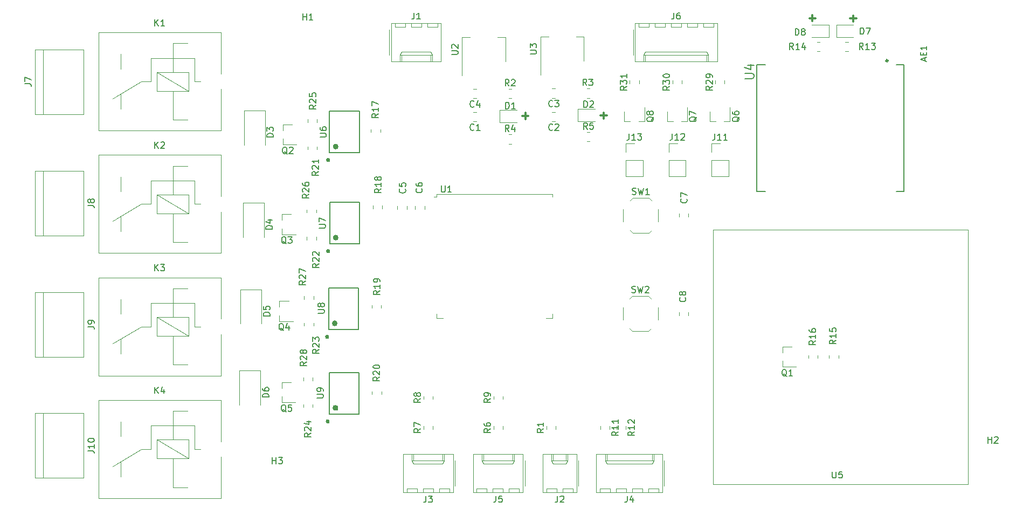
<source format=gbr>
%TF.GenerationSoftware,KiCad,Pcbnew,(5.1.9)-1*%
%TF.CreationDate,2021-07-20T21:45:38-05:00*%
%TF.ProjectId,Control de Gabinetes,436f6e74-726f-46c2-9064-652047616269,rev?*%
%TF.SameCoordinates,Original*%
%TF.FileFunction,Legend,Top*%
%TF.FilePolarity,Positive*%
%FSLAX46Y46*%
G04 Gerber Fmt 4.6, Leading zero omitted, Abs format (unit mm)*
G04 Created by KiCad (PCBNEW (5.1.9)-1) date 2021-07-20 21:45:38*
%MOMM*%
%LPD*%
G01*
G04 APERTURE LIST*
%ADD10C,0.300000*%
%ADD11C,0.010000*%
%ADD12C,0.200000*%
%ADD13C,0.120000*%
%ADD14C,0.127000*%
%ADD15C,0.150000*%
G04 APERTURE END LIST*
D10*
X156683809Y-64640714D02*
X155716190Y-64640714D01*
X156200000Y-65124523D02*
X156200000Y-64156904D01*
X144383809Y-64690714D02*
X143416190Y-64690714D01*
X143900000Y-65174523D02*
X143900000Y-64206904D01*
X189483809Y-49340714D02*
X188516190Y-49340714D01*
X189000000Y-49824523D02*
X189000000Y-48856904D01*
X195883809Y-49390714D02*
X194916190Y-49390714D01*
X195400000Y-49874523D02*
X195400000Y-48906904D01*
D11*
%TO.C,U9*%
G36*
X112650000Y-112838180D02*
G01*
X112650000Y-112425000D01*
X113043130Y-112425000D01*
X113043130Y-112838180D01*
X112650000Y-112838180D01*
G37*
X112650000Y-112838180D02*
X112650000Y-112425000D01*
X113043130Y-112425000D01*
X113043130Y-112838180D01*
X112650000Y-112838180D01*
G36*
X113750000Y-110831260D02*
G01*
X113750000Y-110225000D01*
X114347360Y-110225000D01*
X114347360Y-110831260D01*
X113750000Y-110831260D01*
G37*
X113750000Y-110831260D02*
X113750000Y-110225000D01*
X114347360Y-110225000D01*
X114347360Y-110831260D01*
X113750000Y-110831260D01*
D12*
X113073606Y-112625000D02*
G75*
G03*
X113073606Y-112625000I-223606J0D01*
G01*
X114410553Y-110525000D02*
G75*
G03*
X114410553Y-110525000I-360553J0D01*
G01*
X117800000Y-111475000D02*
X113100000Y-111475000D01*
X117800000Y-104975000D02*
X117800000Y-111475000D01*
X113100000Y-104975000D02*
X117800000Y-104975000D01*
X113100000Y-111475000D02*
X113100000Y-104975000D01*
D11*
%TO.C,U8*%
G36*
X112550000Y-99563180D02*
G01*
X112550000Y-99150000D01*
X112943130Y-99150000D01*
X112943130Y-99563180D01*
X112550000Y-99563180D01*
G37*
X112550000Y-99563180D02*
X112550000Y-99150000D01*
X112943130Y-99150000D01*
X112943130Y-99563180D01*
X112550000Y-99563180D01*
G36*
X113650000Y-97556260D02*
G01*
X113650000Y-96950000D01*
X114247360Y-96950000D01*
X114247360Y-97556260D01*
X113650000Y-97556260D01*
G37*
X113650000Y-97556260D02*
X113650000Y-96950000D01*
X114247360Y-96950000D01*
X114247360Y-97556260D01*
X113650000Y-97556260D01*
D12*
X112973606Y-99350000D02*
G75*
G03*
X112973606Y-99350000I-223606J0D01*
G01*
X114310553Y-97250000D02*
G75*
G03*
X114310553Y-97250000I-360553J0D01*
G01*
X117700000Y-98200000D02*
X113000000Y-98200000D01*
X117700000Y-91700000D02*
X117700000Y-98200000D01*
X113000000Y-91700000D02*
X117700000Y-91700000D01*
X113000000Y-98200000D02*
X113000000Y-91700000D01*
D11*
%TO.C,U7*%
G36*
X112700000Y-86113180D02*
G01*
X112700000Y-85700000D01*
X113093130Y-85700000D01*
X113093130Y-86113180D01*
X112700000Y-86113180D01*
G37*
X112700000Y-86113180D02*
X112700000Y-85700000D01*
X113093130Y-85700000D01*
X113093130Y-86113180D01*
X112700000Y-86113180D01*
G36*
X113800000Y-84106260D02*
G01*
X113800000Y-83500000D01*
X114397360Y-83500000D01*
X114397360Y-84106260D01*
X113800000Y-84106260D01*
G37*
X113800000Y-84106260D02*
X113800000Y-83500000D01*
X114397360Y-83500000D01*
X114397360Y-84106260D01*
X113800000Y-84106260D01*
D12*
X113123606Y-85900000D02*
G75*
G03*
X113123606Y-85900000I-223606J0D01*
G01*
X114460553Y-83800000D02*
G75*
G03*
X114460553Y-83800000I-360553J0D01*
G01*
X117850000Y-84750000D02*
X113150000Y-84750000D01*
X117850000Y-78250000D02*
X117850000Y-84750000D01*
X113150000Y-78250000D02*
X117850000Y-78250000D01*
X113150000Y-84750000D02*
X113150000Y-78250000D01*
D11*
%TO.C,U6*%
G36*
X112696879Y-71813180D02*
G01*
X112696879Y-71400000D01*
X113090009Y-71400000D01*
X113090009Y-71813180D01*
X112696879Y-71813180D01*
G37*
X112696879Y-71813180D02*
X112696879Y-71400000D01*
X113090009Y-71400000D01*
X113090009Y-71813180D01*
X112696879Y-71813180D01*
G36*
X113796879Y-69806260D02*
G01*
X113796879Y-69200000D01*
X114394239Y-69200000D01*
X114394239Y-69806260D01*
X113796879Y-69806260D01*
G37*
X113796879Y-69806260D02*
X113796879Y-69200000D01*
X114394239Y-69200000D01*
X114394239Y-69806260D01*
X113796879Y-69806260D01*
D12*
X113120485Y-71600000D02*
G75*
G03*
X113120485Y-71600000I-223606J0D01*
G01*
X114457432Y-69500000D02*
G75*
G03*
X114457432Y-69500000I-360553J0D01*
G01*
X117846879Y-70450000D02*
X113146879Y-70450000D01*
X117846879Y-63950000D02*
X117846879Y-70450000D01*
X113146879Y-63950000D02*
X117846879Y-63950000D01*
X113146879Y-70450000D02*
X113146879Y-63950000D01*
D13*
%TO.C,J10*%
X66840000Y-111380000D02*
X66840000Y-121540000D01*
X74460000Y-111380000D02*
X66840000Y-111380000D01*
X74460000Y-121540000D02*
X74460000Y-111380000D01*
X66840000Y-121540000D02*
X74460000Y-121540000D01*
X68110000Y-121540000D02*
X68110000Y-111380000D01*
%TO.C,J9*%
X66840000Y-92356666D02*
X66840000Y-102516666D01*
X74460000Y-92356666D02*
X66840000Y-92356666D01*
X74460000Y-102516666D02*
X74460000Y-92356666D01*
X66840000Y-102516666D02*
X74460000Y-102516666D01*
X68110000Y-102516666D02*
X68110000Y-92356666D01*
%TO.C,J8*%
X66840000Y-73333333D02*
X66840000Y-83493333D01*
X74460000Y-73333333D02*
X66840000Y-73333333D01*
X74460000Y-83493333D02*
X74460000Y-73333333D01*
X66840000Y-83493333D02*
X74460000Y-83493333D01*
X68110000Y-83493333D02*
X68110000Y-73333333D01*
%TO.C,J7*%
X66840000Y-54310000D02*
X66840000Y-64470000D01*
X74460000Y-54310000D02*
X66840000Y-54310000D01*
X74460000Y-64470000D02*
X74460000Y-54310000D01*
X66840000Y-64470000D02*
X74460000Y-64470000D01*
X68110000Y-64470000D02*
X68110000Y-54310000D01*
%TO.C,U5*%
X213400000Y-122550000D02*
X173400000Y-122550000D01*
X213400000Y-82550000D02*
X213400000Y-122550000D01*
X173400000Y-82550000D02*
X213400000Y-82550000D01*
X173400000Y-122550000D02*
X173400000Y-82550000D01*
%TO.C,K1*%
X96050000Y-58100000D02*
X96050000Y-51600000D01*
X96050000Y-67000000D02*
X96050000Y-60500000D01*
X96050000Y-67000000D02*
X76850000Y-67000000D01*
X76850000Y-67000000D02*
X76850000Y-51600000D01*
X76850000Y-51600000D02*
X96050000Y-51600000D01*
X80350000Y-55000000D02*
X80350000Y-57300000D01*
X80350000Y-63600000D02*
X80350000Y-61300000D01*
X90850000Y-53300000D02*
X88550000Y-53300000D01*
X91950000Y-59300000D02*
X92850000Y-59300000D01*
X88550000Y-65300000D02*
X90850000Y-65300000D01*
X85050000Y-59300000D02*
X83550000Y-59300000D01*
X83550000Y-59300000D02*
X79050000Y-62000000D01*
X85050000Y-55600000D02*
X91950000Y-55600000D01*
X85050000Y-59300000D02*
X85050000Y-55600000D01*
X91950000Y-59300000D02*
X91950000Y-55600000D01*
X88550000Y-65300000D02*
X88550000Y-60800000D01*
X88550000Y-57800000D02*
X88550000Y-53300000D01*
X86050000Y-57800000D02*
X91050000Y-60800000D01*
X91050000Y-57800000D02*
X91050000Y-60800000D01*
X91050000Y-60800000D02*
X86050000Y-60800000D01*
X86050000Y-60800000D02*
X86050000Y-57800000D01*
X86050000Y-57800000D02*
X91050000Y-57800000D01*
D14*
%TO.C,U4*%
X203375000Y-76575000D02*
X202200000Y-76575000D01*
X180225000Y-56625000D02*
X181600000Y-56625000D01*
X180225000Y-76575000D02*
X181600000Y-76575000D01*
X203375000Y-56625000D02*
X202200000Y-56625000D01*
D10*
X200850000Y-56000000D02*
G75*
G03*
X200850000Y-56000000I-150000J0D01*
G01*
D14*
X203375000Y-76575000D02*
X203375000Y-56625000D01*
X180225000Y-56625000D02*
X180225000Y-76575000D01*
D13*
%TO.C,C8*%
X168015000Y-96061252D02*
X168015000Y-95538748D01*
X169485000Y-96061252D02*
X169485000Y-95538748D01*
%TO.C,C7*%
X169535000Y-79988748D02*
X169535000Y-80511252D01*
X168065000Y-79988748D02*
X168065000Y-80511252D01*
%TO.C,K3*%
X96050000Y-96566666D02*
X96050000Y-90066666D01*
X96050000Y-105466666D02*
X96050000Y-98966666D01*
X96050000Y-105466666D02*
X76850000Y-105466666D01*
X76850000Y-105466666D02*
X76850000Y-90066666D01*
X76850000Y-90066666D02*
X96050000Y-90066666D01*
X80350000Y-93466666D02*
X80350000Y-95766666D01*
X80350000Y-102066666D02*
X80350000Y-99766666D01*
X90850000Y-91766666D02*
X88550000Y-91766666D01*
X91950000Y-97766666D02*
X92850000Y-97766666D01*
X88550000Y-103766666D02*
X90850000Y-103766666D01*
X85050000Y-97766666D02*
X83550000Y-97766666D01*
X83550000Y-97766666D02*
X79050000Y-100466666D01*
X85050000Y-94066666D02*
X91950000Y-94066666D01*
X85050000Y-97766666D02*
X85050000Y-94066666D01*
X91950000Y-97766666D02*
X91950000Y-94066666D01*
X88550000Y-103766666D02*
X88550000Y-99266666D01*
X88550000Y-96266666D02*
X88550000Y-91766666D01*
X86050000Y-96266666D02*
X91050000Y-99266666D01*
X91050000Y-96266666D02*
X91050000Y-99266666D01*
X91050000Y-99266666D02*
X86050000Y-99266666D01*
X86050000Y-99266666D02*
X86050000Y-96266666D01*
X86050000Y-96266666D02*
X91050000Y-96266666D01*
%TO.C,D3*%
X103000000Y-63850000D02*
X99700000Y-63850000D01*
X99700000Y-63850000D02*
X99700000Y-69250000D01*
X103000000Y-63850000D02*
X103000000Y-69250000D01*
%TO.C,Q2*%
X105823334Y-66057500D02*
X107283334Y-66057500D01*
X105823334Y-69217500D02*
X107983334Y-69217500D01*
X105823334Y-69217500D02*
X105823334Y-68287500D01*
X105823334Y-66057500D02*
X105823334Y-66987500D01*
%TO.C,R25*%
X111185000Y-65222936D02*
X111185000Y-65677064D01*
X109715000Y-65222936D02*
X109715000Y-65677064D01*
%TO.C,R21*%
X109715000Y-69964564D02*
X109715000Y-69510436D01*
X111185000Y-69964564D02*
X111185000Y-69510436D01*
%TO.C,Q8*%
X159445000Y-65510000D02*
X159445000Y-64050000D01*
X162605000Y-65510000D02*
X162605000Y-63350000D01*
X162605000Y-65510000D02*
X161675000Y-65510000D01*
X159445000Y-65510000D02*
X160375000Y-65510000D01*
%TO.C,Q7*%
X166170000Y-65510000D02*
X166170000Y-64050000D01*
X169330000Y-65510000D02*
X169330000Y-63350000D01*
X169330000Y-65510000D02*
X168400000Y-65510000D01*
X166170000Y-65510000D02*
X167100000Y-65510000D01*
%TO.C,Q6*%
X172895000Y-65510000D02*
X172895000Y-64050000D01*
X176055000Y-65510000D02*
X176055000Y-63350000D01*
X176055000Y-65510000D02*
X175125000Y-65510000D01*
X172895000Y-65510000D02*
X173825000Y-65510000D01*
%TO.C,Q5*%
X105640000Y-106520000D02*
X107100000Y-106520000D01*
X105640000Y-109680000D02*
X107800000Y-109680000D01*
X105640000Y-109680000D02*
X105640000Y-108750000D01*
X105640000Y-106520000D02*
X105640000Y-107450000D01*
%TO.C,Q4*%
X105273334Y-93753332D02*
X106733334Y-93753332D01*
X105273334Y-96913332D02*
X107433334Y-96913332D01*
X105273334Y-96913332D02*
X105273334Y-95983332D01*
X105273334Y-93753332D02*
X105273334Y-94683332D01*
%TO.C,Q3*%
X105673334Y-80136666D02*
X107133334Y-80136666D01*
X105673334Y-83296666D02*
X107833334Y-83296666D01*
X105673334Y-83296666D02*
X105673334Y-82366666D01*
X105673334Y-80136666D02*
X105673334Y-81066666D01*
%TO.C,U1*%
X129930000Y-77400000D02*
X129550000Y-77400000D01*
X129930000Y-76980000D02*
X129930000Y-77400000D01*
X148170000Y-76980000D02*
X148170000Y-77400000D01*
X129930000Y-76980000D02*
X148170000Y-76980000D01*
X148170000Y-96420000D02*
X147170000Y-96420000D01*
X148170000Y-95800000D02*
X148170000Y-96420000D01*
X129930000Y-96420000D02*
X130930000Y-96420000D01*
X129930000Y-95800000D02*
X129930000Y-96420000D01*
%TO.C,D8*%
X191610000Y-50390000D02*
X188925000Y-50390000D01*
X191610000Y-52310000D02*
X191610000Y-50390000D01*
X188925000Y-52310000D02*
X191610000Y-52310000D01*
%TO.C,D7*%
X192740000Y-52310000D02*
X195425000Y-52310000D01*
X192740000Y-50390000D02*
X192740000Y-52310000D01*
X195425000Y-50390000D02*
X192740000Y-50390000D01*
%TO.C,J6*%
X161115000Y-50120000D02*
X161115000Y-56140000D01*
X161115000Y-56140000D02*
X174035000Y-56140000D01*
X174035000Y-56140000D02*
X174035000Y-50120000D01*
X174035000Y-50120000D02*
X161115000Y-50120000D01*
X160825000Y-51150000D02*
X160825000Y-55150000D01*
X162495000Y-56140000D02*
X162495000Y-55140000D01*
X162495000Y-55140000D02*
X172655000Y-55140000D01*
X172655000Y-55140000D02*
X172655000Y-56140000D01*
X162495000Y-55140000D02*
X162745000Y-54610000D01*
X162745000Y-54610000D02*
X172405000Y-54610000D01*
X172405000Y-54610000D02*
X172655000Y-55140000D01*
X162745000Y-56140000D02*
X162745000Y-55140000D01*
X172405000Y-56140000D02*
X172405000Y-55140000D01*
X161695000Y-50120000D02*
X161695000Y-50720000D01*
X161695000Y-50720000D02*
X163295000Y-50720000D01*
X163295000Y-50720000D02*
X163295000Y-50120000D01*
X164235000Y-50120000D02*
X164235000Y-50720000D01*
X164235000Y-50720000D02*
X165835000Y-50720000D01*
X165835000Y-50720000D02*
X165835000Y-50120000D01*
X166775000Y-50120000D02*
X166775000Y-50720000D01*
X166775000Y-50720000D02*
X168375000Y-50720000D01*
X168375000Y-50720000D02*
X168375000Y-50120000D01*
X169315000Y-50120000D02*
X169315000Y-50720000D01*
X169315000Y-50720000D02*
X170915000Y-50720000D01*
X170915000Y-50720000D02*
X170915000Y-50120000D01*
X171855000Y-50120000D02*
X171855000Y-50720000D01*
X171855000Y-50720000D02*
X173455000Y-50720000D01*
X173455000Y-50720000D02*
X173455000Y-50120000D01*
%TO.C,J13*%
X159695000Y-74220000D02*
X162355000Y-74220000D01*
X159695000Y-71620000D02*
X159695000Y-74220000D01*
X162355000Y-71620000D02*
X162355000Y-74220000D01*
X159695000Y-71620000D02*
X162355000Y-71620000D01*
X159695000Y-70350000D02*
X159695000Y-69020000D01*
X159695000Y-69020000D02*
X161025000Y-69020000D01*
%TO.C,J12*%
X166445000Y-74220000D02*
X169105000Y-74220000D01*
X166445000Y-71620000D02*
X166445000Y-74220000D01*
X169105000Y-71620000D02*
X169105000Y-74220000D01*
X166445000Y-71620000D02*
X169105000Y-71620000D01*
X166445000Y-70350000D02*
X166445000Y-69020000D01*
X166445000Y-69020000D02*
X167775000Y-69020000D01*
%TO.C,J11*%
X173145000Y-74220000D02*
X175805000Y-74220000D01*
X173145000Y-71620000D02*
X173145000Y-74220000D01*
X175805000Y-71620000D02*
X175805000Y-74220000D01*
X173145000Y-71620000D02*
X175805000Y-71620000D01*
X173145000Y-70350000D02*
X173145000Y-69020000D01*
X173145000Y-69020000D02*
X174475000Y-69020000D01*
%TO.C,R31*%
X160290000Y-59602064D02*
X160290000Y-59147936D01*
X161760000Y-59602064D02*
X161760000Y-59147936D01*
%TO.C,R30*%
X167015000Y-59602064D02*
X167015000Y-59147936D01*
X168485000Y-59602064D02*
X168485000Y-59147936D01*
%TO.C,R29*%
X173740000Y-59602064D02*
X173740000Y-59147936D01*
X175210000Y-59602064D02*
X175210000Y-59147936D01*
%TO.C,SW2*%
X160275000Y-98025000D02*
X160725000Y-98475000D01*
X163675000Y-98025000D02*
X163225000Y-98475000D01*
X163675000Y-93425000D02*
X163225000Y-92975000D01*
X160275000Y-93425000D02*
X160725000Y-92975000D01*
X164725000Y-94725000D02*
X164725000Y-96725000D01*
X160725000Y-98475000D02*
X163225000Y-98475000D01*
X159225000Y-94725000D02*
X159225000Y-96725000D01*
X160725000Y-92975000D02*
X163225000Y-92975000D01*
%TO.C,R28*%
X110485000Y-105797936D02*
X110485000Y-106252064D01*
X109015000Y-105797936D02*
X109015000Y-106252064D01*
%TO.C,R27*%
X110635000Y-93010436D02*
X110635000Y-93464564D01*
X109165000Y-93010436D02*
X109165000Y-93464564D01*
%TO.C,R26*%
X111035000Y-79422936D02*
X111035000Y-79877064D01*
X109565000Y-79422936D02*
X109565000Y-79877064D01*
%TO.C,R24*%
X109015000Y-110439564D02*
X109015000Y-109985436D01*
X110485000Y-110439564D02*
X110485000Y-109985436D01*
%TO.C,R23*%
X109165000Y-97639564D02*
X109165000Y-97185436D01*
X110635000Y-97639564D02*
X110635000Y-97185436D01*
%TO.C,R22*%
X109565000Y-84139564D02*
X109565000Y-83685436D01*
X111035000Y-84139564D02*
X111035000Y-83685436D01*
%TO.C,R20*%
X121285000Y-107922936D02*
X121285000Y-108377064D01*
X119815000Y-107922936D02*
X119815000Y-108377064D01*
%TO.C,R19*%
X121260000Y-94422936D02*
X121260000Y-94877064D01*
X119790000Y-94422936D02*
X119790000Y-94877064D01*
%TO.C,R18*%
X121435000Y-78772936D02*
X121435000Y-79227064D01*
X119965000Y-78772936D02*
X119965000Y-79227064D01*
%TO.C,R17*%
X121135000Y-66822936D02*
X121135000Y-67277064D01*
X119665000Y-66822936D02*
X119665000Y-67277064D01*
%TO.C,K4*%
X96050000Y-115800000D02*
X96050000Y-109300000D01*
X96050000Y-124700000D02*
X96050000Y-118200000D01*
X96050000Y-124700000D02*
X76850000Y-124700000D01*
X76850000Y-124700000D02*
X76850000Y-109300000D01*
X76850000Y-109300000D02*
X96050000Y-109300000D01*
X80350000Y-112700000D02*
X80350000Y-115000000D01*
X80350000Y-121300000D02*
X80350000Y-119000000D01*
X90850000Y-111000000D02*
X88550000Y-111000000D01*
X91950000Y-117000000D02*
X92850000Y-117000000D01*
X88550000Y-123000000D02*
X90850000Y-123000000D01*
X85050000Y-117000000D02*
X83550000Y-117000000D01*
X83550000Y-117000000D02*
X79050000Y-119700000D01*
X85050000Y-113300000D02*
X91950000Y-113300000D01*
X85050000Y-117000000D02*
X85050000Y-113300000D01*
X91950000Y-117000000D02*
X91950000Y-113300000D01*
X88550000Y-123000000D02*
X88550000Y-118500000D01*
X88550000Y-115500000D02*
X88550000Y-111000000D01*
X86050000Y-115500000D02*
X91050000Y-118500000D01*
X91050000Y-115500000D02*
X91050000Y-118500000D01*
X91050000Y-118500000D02*
X86050000Y-118500000D01*
X86050000Y-118500000D02*
X86050000Y-115500000D01*
X86050000Y-115500000D02*
X91050000Y-115500000D01*
%TO.C,K2*%
X96050000Y-77333333D02*
X96050000Y-70833333D01*
X96050000Y-86233333D02*
X96050000Y-79733333D01*
X96050000Y-86233333D02*
X76850000Y-86233333D01*
X76850000Y-86233333D02*
X76850000Y-70833333D01*
X76850000Y-70833333D02*
X96050000Y-70833333D01*
X80350000Y-74233333D02*
X80350000Y-76533333D01*
X80350000Y-82833333D02*
X80350000Y-80533333D01*
X90850000Y-72533333D02*
X88550000Y-72533333D01*
X91950000Y-78533333D02*
X92850000Y-78533333D01*
X88550000Y-84533333D02*
X90850000Y-84533333D01*
X85050000Y-78533333D02*
X83550000Y-78533333D01*
X83550000Y-78533333D02*
X79050000Y-81233333D01*
X85050000Y-74833333D02*
X91950000Y-74833333D01*
X85050000Y-78533333D02*
X85050000Y-74833333D01*
X91950000Y-78533333D02*
X91950000Y-74833333D01*
X88550000Y-84533333D02*
X88550000Y-80033333D01*
X88550000Y-77033333D02*
X88550000Y-72533333D01*
X86050000Y-77033333D02*
X91050000Y-80033333D01*
X91050000Y-77033333D02*
X91050000Y-80033333D01*
X91050000Y-80033333D02*
X86050000Y-80033333D01*
X86050000Y-80033333D02*
X86050000Y-77033333D01*
X86050000Y-77033333D02*
X91050000Y-77033333D01*
%TO.C,D6*%
X102300000Y-104700000D02*
X99000000Y-104700000D01*
X99000000Y-104700000D02*
X99000000Y-110100000D01*
X102300000Y-104700000D02*
X102300000Y-110100000D01*
%TO.C,D5*%
X102450000Y-91933332D02*
X99150000Y-91933332D01*
X99150000Y-91933332D02*
X99150000Y-97333332D01*
X102450000Y-91933332D02*
X102450000Y-97333332D01*
%TO.C,D4*%
X102850000Y-78316666D02*
X99550000Y-78316666D01*
X99550000Y-78316666D02*
X99550000Y-83716666D01*
X102850000Y-78316666D02*
X102850000Y-83716666D01*
%TO.C,R16*%
X189810000Y-102752064D02*
X189810000Y-102297936D01*
X188340000Y-102752064D02*
X188340000Y-102297936D01*
%TO.C,R15*%
X191615000Y-102297936D02*
X191615000Y-102752064D01*
X193085000Y-102297936D02*
X193085000Y-102752064D01*
%TO.C,Q1*%
X184290000Y-100945000D02*
X185750000Y-100945000D01*
X184290000Y-104105000D02*
X186450000Y-104105000D01*
X184290000Y-104105000D02*
X184290000Y-103175000D01*
X184290000Y-100945000D02*
X184290000Y-101875000D01*
%TO.C,R14*%
X190152064Y-53065000D02*
X189697936Y-53065000D01*
X190152064Y-54535000D02*
X189697936Y-54535000D01*
%TO.C,R13*%
X194157936Y-54535000D02*
X194612064Y-54535000D01*
X194157936Y-53065000D02*
X194612064Y-53065000D01*
%TO.C,SW1*%
X160775000Y-77575000D02*
X163275000Y-77575000D01*
X159275000Y-79325000D02*
X159275000Y-81325000D01*
X160775000Y-83075000D02*
X163275000Y-83075000D01*
X164775000Y-79325000D02*
X164775000Y-81325000D01*
X160325000Y-78025000D02*
X160775000Y-77575000D01*
X163725000Y-78025000D02*
X163275000Y-77575000D01*
X163725000Y-82625000D02*
X163275000Y-83075000D01*
X160325000Y-82625000D02*
X160775000Y-83075000D01*
%TO.C,R12*%
X158215000Y-113397936D02*
X158215000Y-113852064D01*
X159685000Y-113397936D02*
X159685000Y-113852064D01*
%TO.C,R11*%
X155665000Y-113397936D02*
X155665000Y-113852064D01*
X157135000Y-113397936D02*
X157135000Y-113852064D01*
%TO.C,R9*%
X140360000Y-109152064D02*
X140360000Y-108697936D01*
X138890000Y-109152064D02*
X138890000Y-108697936D01*
%TO.C,R8*%
X129360000Y-109152064D02*
X129360000Y-108697936D01*
X127890000Y-109152064D02*
X127890000Y-108697936D01*
%TO.C,R7*%
X129360000Y-113852064D02*
X129360000Y-113397936D01*
X127890000Y-113852064D02*
X127890000Y-113397936D01*
%TO.C,R6*%
X140360000Y-113852064D02*
X140360000Y-113397936D01*
X138890000Y-113852064D02*
X138890000Y-113397936D01*
%TO.C,R5*%
X153582936Y-68710000D02*
X154037064Y-68710000D01*
X153582936Y-67240000D02*
X154037064Y-67240000D01*
%TO.C,R4*%
X141272936Y-69060000D02*
X141727064Y-69060000D01*
X141272936Y-67590000D02*
X141727064Y-67590000D01*
%TO.C,R3*%
X154037064Y-60390000D02*
X153582936Y-60390000D01*
X154037064Y-61860000D02*
X153582936Y-61860000D01*
%TO.C,R2*%
X141272936Y-61910000D02*
X141727064Y-61910000D01*
X141272936Y-60440000D02*
X141727064Y-60440000D01*
%TO.C,D2*%
X152165000Y-65510000D02*
X154850000Y-65510000D01*
X152165000Y-63590000D02*
X152165000Y-65510000D01*
X154850000Y-63590000D02*
X152165000Y-63590000D01*
%TO.C,D1*%
X139855000Y-65710000D02*
X142540000Y-65710000D01*
X139855000Y-63790000D02*
X139855000Y-65710000D01*
X142540000Y-63790000D02*
X139855000Y-63790000D01*
%TO.C,C6*%
X128060000Y-79336252D02*
X128060000Y-78813748D01*
X126590000Y-79336252D02*
X126590000Y-78813748D01*
%TO.C,C5*%
X123790000Y-78813748D02*
X123790000Y-79336252D01*
X125260000Y-78813748D02*
X125260000Y-79336252D01*
%TO.C,U3*%
X153110000Y-52265000D02*
X151850000Y-52265000D01*
X146290000Y-52265000D02*
X147550000Y-52265000D01*
X153110000Y-56025000D02*
X153110000Y-52265000D01*
X146290000Y-58275000D02*
X146290000Y-52265000D01*
%TO.C,U2*%
X140760000Y-52365000D02*
X139500000Y-52365000D01*
X133940000Y-52365000D02*
X135200000Y-52365000D01*
X140760000Y-56125000D02*
X140760000Y-52365000D01*
X133940000Y-58375000D02*
X133940000Y-52365000D01*
%TO.C,R1*%
X147215000Y-113852064D02*
X147215000Y-113397936D01*
X148685000Y-113852064D02*
X148685000Y-113397936D01*
%TO.C,J5*%
X143523333Y-123805000D02*
X143523333Y-117785000D01*
X143523333Y-117785000D02*
X135683333Y-117785000D01*
X135683333Y-117785000D02*
X135683333Y-123805000D01*
X135683333Y-123805000D02*
X143523333Y-123805000D01*
X143813333Y-122775000D02*
X143813333Y-118775000D01*
X142143333Y-117785000D02*
X142143333Y-118785000D01*
X142143333Y-118785000D02*
X137063333Y-118785000D01*
X137063333Y-118785000D02*
X137063333Y-117785000D01*
X142143333Y-118785000D02*
X141893333Y-119315000D01*
X141893333Y-119315000D02*
X137313333Y-119315000D01*
X137313333Y-119315000D02*
X137063333Y-118785000D01*
X141893333Y-117785000D02*
X141893333Y-118785000D01*
X137313333Y-117785000D02*
X137313333Y-118785000D01*
X142943333Y-123805000D02*
X142943333Y-123205000D01*
X142943333Y-123205000D02*
X141343333Y-123205000D01*
X141343333Y-123205000D02*
X141343333Y-123805000D01*
X140403333Y-123805000D02*
X140403333Y-123205000D01*
X140403333Y-123205000D02*
X138803333Y-123205000D01*
X138803333Y-123205000D02*
X138803333Y-123805000D01*
X137863333Y-123805000D02*
X137863333Y-123205000D01*
X137863333Y-123205000D02*
X136263333Y-123205000D01*
X136263333Y-123205000D02*
X136263333Y-123805000D01*
%TO.C,J4*%
X165420000Y-123805000D02*
X165420000Y-117785000D01*
X165420000Y-117785000D02*
X155040000Y-117785000D01*
X155040000Y-117785000D02*
X155040000Y-123805000D01*
X155040000Y-123805000D02*
X165420000Y-123805000D01*
X165710000Y-122775000D02*
X165710000Y-118775000D01*
X164040000Y-117785000D02*
X164040000Y-118785000D01*
X164040000Y-118785000D02*
X156420000Y-118785000D01*
X156420000Y-118785000D02*
X156420000Y-117785000D01*
X164040000Y-118785000D02*
X163790000Y-119315000D01*
X163790000Y-119315000D02*
X156670000Y-119315000D01*
X156670000Y-119315000D02*
X156420000Y-118785000D01*
X163790000Y-117785000D02*
X163790000Y-118785000D01*
X156670000Y-117785000D02*
X156670000Y-118785000D01*
X164840000Y-123805000D02*
X164840000Y-123205000D01*
X164840000Y-123205000D02*
X163240000Y-123205000D01*
X163240000Y-123205000D02*
X163240000Y-123805000D01*
X162300000Y-123805000D02*
X162300000Y-123205000D01*
X162300000Y-123205000D02*
X160700000Y-123205000D01*
X160700000Y-123205000D02*
X160700000Y-123805000D01*
X159760000Y-123805000D02*
X159760000Y-123205000D01*
X159760000Y-123205000D02*
X158160000Y-123205000D01*
X158160000Y-123205000D02*
X158160000Y-123805000D01*
X157220000Y-123805000D02*
X157220000Y-123205000D01*
X157220000Y-123205000D02*
X155620000Y-123205000D01*
X155620000Y-123205000D02*
X155620000Y-123805000D01*
%TO.C,J3*%
X132545000Y-123805000D02*
X132545000Y-117785000D01*
X132545000Y-117785000D02*
X124705000Y-117785000D01*
X124705000Y-117785000D02*
X124705000Y-123805000D01*
X124705000Y-123805000D02*
X132545000Y-123805000D01*
X132835000Y-122775000D02*
X132835000Y-118775000D01*
X131165000Y-117785000D02*
X131165000Y-118785000D01*
X131165000Y-118785000D02*
X126085000Y-118785000D01*
X126085000Y-118785000D02*
X126085000Y-117785000D01*
X131165000Y-118785000D02*
X130915000Y-119315000D01*
X130915000Y-119315000D02*
X126335000Y-119315000D01*
X126335000Y-119315000D02*
X126085000Y-118785000D01*
X130915000Y-117785000D02*
X130915000Y-118785000D01*
X126335000Y-117785000D02*
X126335000Y-118785000D01*
X131965000Y-123805000D02*
X131965000Y-123205000D01*
X131965000Y-123205000D02*
X130365000Y-123205000D01*
X130365000Y-123205000D02*
X130365000Y-123805000D01*
X129425000Y-123805000D02*
X129425000Y-123205000D01*
X129425000Y-123205000D02*
X127825000Y-123205000D01*
X127825000Y-123205000D02*
X127825000Y-123805000D01*
X126885000Y-123805000D02*
X126885000Y-123205000D01*
X126885000Y-123205000D02*
X125285000Y-123205000D01*
X125285000Y-123205000D02*
X125285000Y-123805000D01*
%TO.C,J2*%
X151931666Y-123805000D02*
X151931666Y-117785000D01*
X151931666Y-117785000D02*
X146631666Y-117785000D01*
X146631666Y-117785000D02*
X146631666Y-123805000D01*
X146631666Y-123805000D02*
X151931666Y-123805000D01*
X152221666Y-122775000D02*
X152221666Y-118775000D01*
X150551666Y-117785000D02*
X150551666Y-118785000D01*
X150551666Y-118785000D02*
X148011666Y-118785000D01*
X148011666Y-118785000D02*
X148011666Y-117785000D01*
X150551666Y-118785000D02*
X150301666Y-119315000D01*
X150301666Y-119315000D02*
X148261666Y-119315000D01*
X148261666Y-119315000D02*
X148011666Y-118785000D01*
X150301666Y-117785000D02*
X150301666Y-118785000D01*
X148261666Y-117785000D02*
X148261666Y-118785000D01*
X151351666Y-123805000D02*
X151351666Y-123205000D01*
X151351666Y-123205000D02*
X149751666Y-123205000D01*
X149751666Y-123205000D02*
X149751666Y-123805000D01*
X148811666Y-123805000D02*
X148811666Y-123205000D01*
X148811666Y-123205000D02*
X147211666Y-123205000D01*
X147211666Y-123205000D02*
X147211666Y-123805000D01*
%TO.C,J1*%
X122830000Y-50120000D02*
X122830000Y-56140000D01*
X122830000Y-56140000D02*
X130670000Y-56140000D01*
X130670000Y-56140000D02*
X130670000Y-50120000D01*
X130670000Y-50120000D02*
X122830000Y-50120000D01*
X122540000Y-51150000D02*
X122540000Y-55150000D01*
X124210000Y-56140000D02*
X124210000Y-55140000D01*
X124210000Y-55140000D02*
X129290000Y-55140000D01*
X129290000Y-55140000D02*
X129290000Y-56140000D01*
X124210000Y-55140000D02*
X124460000Y-54610000D01*
X124460000Y-54610000D02*
X129040000Y-54610000D01*
X129040000Y-54610000D02*
X129290000Y-55140000D01*
X124460000Y-56140000D02*
X124460000Y-55140000D01*
X129040000Y-56140000D02*
X129040000Y-55140000D01*
X123410000Y-50120000D02*
X123410000Y-50720000D01*
X123410000Y-50720000D02*
X125010000Y-50720000D01*
X125010000Y-50720000D02*
X125010000Y-50120000D01*
X125950000Y-50120000D02*
X125950000Y-50720000D01*
X125950000Y-50720000D02*
X127550000Y-50720000D01*
X127550000Y-50720000D02*
X127550000Y-50120000D01*
X128490000Y-50120000D02*
X128490000Y-50720000D01*
X128490000Y-50720000D02*
X130090000Y-50720000D01*
X130090000Y-50720000D02*
X130090000Y-50120000D01*
%TO.C,C4*%
X136261252Y-61910000D02*
X135738748Y-61910000D01*
X136261252Y-60440000D02*
X135738748Y-60440000D01*
%TO.C,C3*%
X148611252Y-61860000D02*
X148088748Y-61860000D01*
X148611252Y-60390000D02*
X148088748Y-60390000D01*
%TO.C,C2*%
X148611252Y-65560000D02*
X148088748Y-65560000D01*
X148611252Y-64090000D02*
X148088748Y-64090000D01*
%TO.C,C1*%
X136261252Y-65560000D02*
X135738748Y-65560000D01*
X136261252Y-64090000D02*
X135738748Y-64090000D01*
%TO.C,U9*%
D15*
X111170677Y-108954274D02*
X111982719Y-108954274D01*
X112078253Y-108906507D01*
X112126020Y-108858740D01*
X112173787Y-108763205D01*
X112173787Y-108572137D01*
X112126020Y-108476602D01*
X112078253Y-108428835D01*
X111982719Y-108381068D01*
X111170677Y-108381068D01*
X112173787Y-107855630D02*
X112173787Y-107664561D01*
X112126020Y-107569027D01*
X112078253Y-107521260D01*
X111934952Y-107425725D01*
X111743883Y-107377958D01*
X111361746Y-107377958D01*
X111266212Y-107425725D01*
X111218445Y-107473492D01*
X111170677Y-107569027D01*
X111170677Y-107760095D01*
X111218445Y-107855630D01*
X111266212Y-107903397D01*
X111361746Y-107951164D01*
X111600582Y-107951164D01*
X111696116Y-107903397D01*
X111743883Y-107855630D01*
X111791650Y-107760095D01*
X111791650Y-107569027D01*
X111743883Y-107473492D01*
X111696116Y-107425725D01*
X111600582Y-107377958D01*
%TO.C,U8*%
X111310677Y-95654274D02*
X112122719Y-95654274D01*
X112218253Y-95606507D01*
X112266020Y-95558740D01*
X112313787Y-95463205D01*
X112313787Y-95272137D01*
X112266020Y-95176602D01*
X112218253Y-95128835D01*
X112122719Y-95081068D01*
X111310677Y-95081068D01*
X111740582Y-94460095D02*
X111692815Y-94555630D01*
X111645047Y-94603397D01*
X111549513Y-94651164D01*
X111501746Y-94651164D01*
X111406212Y-94603397D01*
X111358445Y-94555630D01*
X111310677Y-94460095D01*
X111310677Y-94269027D01*
X111358445Y-94173492D01*
X111406212Y-94125725D01*
X111501746Y-94077958D01*
X111549513Y-94077958D01*
X111645047Y-94125725D01*
X111692815Y-94173492D01*
X111740582Y-94269027D01*
X111740582Y-94460095D01*
X111788349Y-94555630D01*
X111836116Y-94603397D01*
X111931650Y-94651164D01*
X112122719Y-94651164D01*
X112218253Y-94603397D01*
X112266020Y-94555630D01*
X112313787Y-94460095D01*
X112313787Y-94269027D01*
X112266020Y-94173492D01*
X112218253Y-94125725D01*
X112122719Y-94077958D01*
X111931650Y-94077958D01*
X111836116Y-94125725D01*
X111788349Y-94173492D01*
X111740582Y-94269027D01*
%TO.C,U7*%
X111510677Y-82284274D02*
X112322719Y-82284274D01*
X112418253Y-82236507D01*
X112466020Y-82188740D01*
X112513787Y-82093205D01*
X112513787Y-81902137D01*
X112466020Y-81806602D01*
X112418253Y-81758835D01*
X112322719Y-81711068D01*
X111510677Y-81711068D01*
X111510677Y-81328931D02*
X111510677Y-80660191D01*
X112513787Y-81090095D01*
%TO.C,U6*%
X111630677Y-67994274D02*
X112442719Y-67994274D01*
X112538253Y-67946507D01*
X112586020Y-67898740D01*
X112633787Y-67803205D01*
X112633787Y-67612137D01*
X112586020Y-67516602D01*
X112538253Y-67468835D01*
X112442719Y-67421068D01*
X111630677Y-67421068D01*
X111630677Y-66513492D02*
X111630677Y-66704561D01*
X111678445Y-66800095D01*
X111726212Y-66847862D01*
X111869513Y-66943397D01*
X112060582Y-66991164D01*
X112442719Y-66991164D01*
X112538253Y-66943397D01*
X112586020Y-66895630D01*
X112633787Y-66800095D01*
X112633787Y-66609027D01*
X112586020Y-66513492D01*
X112538253Y-66465725D01*
X112442719Y-66417958D01*
X112203883Y-66417958D01*
X112108349Y-66465725D01*
X112060582Y-66513492D01*
X112012815Y-66609027D01*
X112012815Y-66800095D01*
X112060582Y-66895630D01*
X112108349Y-66943397D01*
X112203883Y-66991164D01*
%TO.C,AE1*%
X206666666Y-56066666D02*
X206666666Y-55590476D01*
X206952380Y-56161904D02*
X205952380Y-55828571D01*
X206952380Y-55495238D01*
X206428571Y-55161904D02*
X206428571Y-54828571D01*
X206952380Y-54685714D02*
X206952380Y-55161904D01*
X205952380Y-55161904D01*
X205952380Y-54685714D01*
X206952380Y-53733333D02*
X206952380Y-54304761D01*
X206952380Y-54019047D02*
X205952380Y-54019047D01*
X206095238Y-54114285D01*
X206190476Y-54209523D01*
X206238095Y-54304761D01*
%TO.C,H3*%
X104168095Y-119292380D02*
X104168095Y-118292380D01*
X104168095Y-118768571D02*
X104739523Y-118768571D01*
X104739523Y-119292380D02*
X104739523Y-118292380D01*
X105120476Y-118292380D02*
X105739523Y-118292380D01*
X105406190Y-118673333D01*
X105549047Y-118673333D01*
X105644285Y-118720952D01*
X105691904Y-118768571D01*
X105739523Y-118863809D01*
X105739523Y-119101904D01*
X105691904Y-119197142D01*
X105644285Y-119244761D01*
X105549047Y-119292380D01*
X105263333Y-119292380D01*
X105168095Y-119244761D01*
X105120476Y-119197142D01*
%TO.C,H2*%
X216588095Y-116052380D02*
X216588095Y-115052380D01*
X216588095Y-115528571D02*
X217159523Y-115528571D01*
X217159523Y-116052380D02*
X217159523Y-115052380D01*
X217588095Y-115147619D02*
X217635714Y-115100000D01*
X217730952Y-115052380D01*
X217969047Y-115052380D01*
X218064285Y-115100000D01*
X218111904Y-115147619D01*
X218159523Y-115242857D01*
X218159523Y-115338095D01*
X218111904Y-115480952D01*
X217540476Y-116052380D01*
X218159523Y-116052380D01*
%TO.C,H1*%
X108938095Y-49602380D02*
X108938095Y-48602380D01*
X108938095Y-49078571D02*
X109509523Y-49078571D01*
X109509523Y-49602380D02*
X109509523Y-48602380D01*
X110509523Y-49602380D02*
X109938095Y-49602380D01*
X110223809Y-49602380D02*
X110223809Y-48602380D01*
X110128571Y-48745238D01*
X110033333Y-48840476D01*
X109938095Y-48888095D01*
%TO.C,J10*%
X75182380Y-117269523D02*
X75896666Y-117269523D01*
X76039523Y-117317142D01*
X76134761Y-117412380D01*
X76182380Y-117555238D01*
X76182380Y-117650476D01*
X76182380Y-116269523D02*
X76182380Y-116840952D01*
X76182380Y-116555238D02*
X75182380Y-116555238D01*
X75325238Y-116650476D01*
X75420476Y-116745714D01*
X75468095Y-116840952D01*
X75182380Y-115650476D02*
X75182380Y-115555238D01*
X75230000Y-115460000D01*
X75277619Y-115412380D01*
X75372857Y-115364761D01*
X75563333Y-115317142D01*
X75801428Y-115317142D01*
X75991904Y-115364761D01*
X76087142Y-115412380D01*
X76134761Y-115460000D01*
X76182380Y-115555238D01*
X76182380Y-115650476D01*
X76134761Y-115745714D01*
X76087142Y-115793333D01*
X75991904Y-115840952D01*
X75801428Y-115888571D01*
X75563333Y-115888571D01*
X75372857Y-115840952D01*
X75277619Y-115793333D01*
X75230000Y-115745714D01*
X75182380Y-115650476D01*
%TO.C,J9*%
X75182380Y-97769999D02*
X75896666Y-97769999D01*
X76039523Y-97817618D01*
X76134761Y-97912856D01*
X76182380Y-98055713D01*
X76182380Y-98150951D01*
X76182380Y-97246189D02*
X76182380Y-97055713D01*
X76134761Y-96960475D01*
X76087142Y-96912856D01*
X75944285Y-96817618D01*
X75753809Y-96769999D01*
X75372857Y-96769999D01*
X75277619Y-96817618D01*
X75230000Y-96865237D01*
X75182380Y-96960475D01*
X75182380Y-97150951D01*
X75230000Y-97246189D01*
X75277619Y-97293808D01*
X75372857Y-97341427D01*
X75610952Y-97341427D01*
X75706190Y-97293808D01*
X75753809Y-97246189D01*
X75801428Y-97150951D01*
X75801428Y-96960475D01*
X75753809Y-96865237D01*
X75706190Y-96817618D01*
X75610952Y-96769999D01*
%TO.C,J8*%
X75182380Y-78746666D02*
X75896666Y-78746666D01*
X76039523Y-78794285D01*
X76134761Y-78889523D01*
X76182380Y-79032380D01*
X76182380Y-79127618D01*
X75610952Y-78127618D02*
X75563333Y-78222856D01*
X75515714Y-78270475D01*
X75420476Y-78318094D01*
X75372857Y-78318094D01*
X75277619Y-78270475D01*
X75230000Y-78222856D01*
X75182380Y-78127618D01*
X75182380Y-77937142D01*
X75230000Y-77841904D01*
X75277619Y-77794285D01*
X75372857Y-77746666D01*
X75420476Y-77746666D01*
X75515714Y-77794285D01*
X75563333Y-77841904D01*
X75610952Y-77937142D01*
X75610952Y-78127618D01*
X75658571Y-78222856D01*
X75706190Y-78270475D01*
X75801428Y-78318094D01*
X75991904Y-78318094D01*
X76087142Y-78270475D01*
X76134761Y-78222856D01*
X76182380Y-78127618D01*
X76182380Y-77937142D01*
X76134761Y-77841904D01*
X76087142Y-77794285D01*
X75991904Y-77746666D01*
X75801428Y-77746666D01*
X75706190Y-77794285D01*
X75658571Y-77841904D01*
X75610952Y-77937142D01*
%TO.C,J7*%
X65277380Y-59618333D02*
X65991666Y-59618333D01*
X66134523Y-59665952D01*
X66229761Y-59761190D01*
X66277380Y-59904047D01*
X66277380Y-59999285D01*
X65277380Y-59237380D02*
X65277380Y-58570714D01*
X66277380Y-58999285D01*
%TO.C,U5*%
X192130095Y-120544380D02*
X192130095Y-121353904D01*
X192177714Y-121449142D01*
X192225333Y-121496761D01*
X192320571Y-121544380D01*
X192511047Y-121544380D01*
X192606285Y-121496761D01*
X192653904Y-121449142D01*
X192701523Y-121353904D01*
X192701523Y-120544380D01*
X193653904Y-120544380D02*
X193177714Y-120544380D01*
X193130095Y-121020571D01*
X193177714Y-120972952D01*
X193272952Y-120925333D01*
X193511047Y-120925333D01*
X193606285Y-120972952D01*
X193653904Y-121020571D01*
X193701523Y-121115809D01*
X193701523Y-121353904D01*
X193653904Y-121449142D01*
X193606285Y-121496761D01*
X193511047Y-121544380D01*
X193272952Y-121544380D01*
X193177714Y-121496761D01*
X193130095Y-121449142D01*
%TO.C,K1*%
X85711904Y-50552380D02*
X85711904Y-49552380D01*
X86283333Y-50552380D02*
X85854761Y-49980952D01*
X86283333Y-49552380D02*
X85711904Y-50123809D01*
X87235714Y-50552380D02*
X86664285Y-50552380D01*
X86950000Y-50552380D02*
X86950000Y-49552380D01*
X86854761Y-49695238D01*
X86759523Y-49790476D01*
X86664285Y-49838095D01*
%TO.C,U4*%
X178382371Y-58818004D02*
X179517126Y-58818004D01*
X179650627Y-58751254D01*
X179717377Y-58684504D01*
X179784127Y-58551003D01*
X179784127Y-58284002D01*
X179717377Y-58150501D01*
X179650627Y-58083751D01*
X179517126Y-58017001D01*
X178382371Y-58017001D01*
X178849623Y-56748745D02*
X179784127Y-56748745D01*
X178315621Y-57082497D02*
X179316875Y-57416248D01*
X179316875Y-56548494D01*
%TO.C,C8*%
X169007142Y-93216666D02*
X169054761Y-93264285D01*
X169102380Y-93407142D01*
X169102380Y-93502380D01*
X169054761Y-93645238D01*
X168959523Y-93740476D01*
X168864285Y-93788095D01*
X168673809Y-93835714D01*
X168530952Y-93835714D01*
X168340476Y-93788095D01*
X168245238Y-93740476D01*
X168150000Y-93645238D01*
X168102380Y-93502380D01*
X168102380Y-93407142D01*
X168150000Y-93264285D01*
X168197619Y-93216666D01*
X168530952Y-92645238D02*
X168483333Y-92740476D01*
X168435714Y-92788095D01*
X168340476Y-92835714D01*
X168292857Y-92835714D01*
X168197619Y-92788095D01*
X168150000Y-92740476D01*
X168102380Y-92645238D01*
X168102380Y-92454761D01*
X168150000Y-92359523D01*
X168197619Y-92311904D01*
X168292857Y-92264285D01*
X168340476Y-92264285D01*
X168435714Y-92311904D01*
X168483333Y-92359523D01*
X168530952Y-92454761D01*
X168530952Y-92645238D01*
X168578571Y-92740476D01*
X168626190Y-92788095D01*
X168721428Y-92835714D01*
X168911904Y-92835714D01*
X169007142Y-92788095D01*
X169054761Y-92740476D01*
X169102380Y-92645238D01*
X169102380Y-92454761D01*
X169054761Y-92359523D01*
X169007142Y-92311904D01*
X168911904Y-92264285D01*
X168721428Y-92264285D01*
X168626190Y-92311904D01*
X168578571Y-92359523D01*
X168530952Y-92454761D01*
%TO.C,C7*%
X169207142Y-77716666D02*
X169254761Y-77764285D01*
X169302380Y-77907142D01*
X169302380Y-78002380D01*
X169254761Y-78145238D01*
X169159523Y-78240476D01*
X169064285Y-78288095D01*
X168873809Y-78335714D01*
X168730952Y-78335714D01*
X168540476Y-78288095D01*
X168445238Y-78240476D01*
X168350000Y-78145238D01*
X168302380Y-78002380D01*
X168302380Y-77907142D01*
X168350000Y-77764285D01*
X168397619Y-77716666D01*
X168302380Y-77383333D02*
X168302380Y-76716666D01*
X169302380Y-77145238D01*
%TO.C,K3*%
X85711904Y-89019046D02*
X85711904Y-88019046D01*
X86283333Y-89019046D02*
X85854761Y-88447618D01*
X86283333Y-88019046D02*
X85711904Y-88590475D01*
X86616666Y-88019046D02*
X87235714Y-88019046D01*
X86902380Y-88399999D01*
X87045238Y-88399999D01*
X87140476Y-88447618D01*
X87188095Y-88495237D01*
X87235714Y-88590475D01*
X87235714Y-88828570D01*
X87188095Y-88923808D01*
X87140476Y-88971427D01*
X87045238Y-89019046D01*
X86759523Y-89019046D01*
X86664285Y-88971427D01*
X86616666Y-88923808D01*
%TO.C,D3*%
X104302380Y-67988095D02*
X103302380Y-67988095D01*
X103302380Y-67750000D01*
X103350000Y-67607142D01*
X103445238Y-67511904D01*
X103540476Y-67464285D01*
X103730952Y-67416666D01*
X103873809Y-67416666D01*
X104064285Y-67464285D01*
X104159523Y-67511904D01*
X104254761Y-67607142D01*
X104302380Y-67750000D01*
X104302380Y-67988095D01*
X103302380Y-67083333D02*
X103302380Y-66464285D01*
X103683333Y-66797619D01*
X103683333Y-66654761D01*
X103730952Y-66559523D01*
X103778571Y-66511904D01*
X103873809Y-66464285D01*
X104111904Y-66464285D01*
X104207142Y-66511904D01*
X104254761Y-66559523D01*
X104302380Y-66654761D01*
X104302380Y-66940476D01*
X104254761Y-67035714D01*
X104207142Y-67083333D01*
%TO.C,Q2*%
X106488095Y-70685119D02*
X106392857Y-70637500D01*
X106297619Y-70542261D01*
X106154762Y-70399404D01*
X106059524Y-70351785D01*
X105964286Y-70351785D01*
X106011905Y-70589880D02*
X105916667Y-70542261D01*
X105821429Y-70447023D01*
X105773810Y-70256547D01*
X105773810Y-69923214D01*
X105821429Y-69732738D01*
X105916667Y-69637500D01*
X106011905Y-69589880D01*
X106202381Y-69589880D01*
X106297619Y-69637500D01*
X106392857Y-69732738D01*
X106440476Y-69923214D01*
X106440476Y-70256547D01*
X106392857Y-70447023D01*
X106297619Y-70542261D01*
X106202381Y-70589880D01*
X106011905Y-70589880D01*
X106821429Y-69685119D02*
X106869048Y-69637500D01*
X106964286Y-69589880D01*
X107202381Y-69589880D01*
X107297619Y-69637500D01*
X107345238Y-69685119D01*
X107392857Y-69780357D01*
X107392857Y-69875595D01*
X107345238Y-70018452D01*
X106773810Y-70589880D01*
X107392857Y-70589880D01*
%TO.C,R25*%
X111002380Y-62992857D02*
X110526190Y-63326190D01*
X111002380Y-63564285D02*
X110002380Y-63564285D01*
X110002380Y-63183333D01*
X110050000Y-63088095D01*
X110097619Y-63040476D01*
X110192857Y-62992857D01*
X110335714Y-62992857D01*
X110430952Y-63040476D01*
X110478571Y-63088095D01*
X110526190Y-63183333D01*
X110526190Y-63564285D01*
X110097619Y-62611904D02*
X110050000Y-62564285D01*
X110002380Y-62469047D01*
X110002380Y-62230952D01*
X110050000Y-62135714D01*
X110097619Y-62088095D01*
X110192857Y-62040476D01*
X110288095Y-62040476D01*
X110430952Y-62088095D01*
X111002380Y-62659523D01*
X111002380Y-62040476D01*
X110002380Y-61135714D02*
X110002380Y-61611904D01*
X110478571Y-61659523D01*
X110430952Y-61611904D01*
X110383333Y-61516666D01*
X110383333Y-61278571D01*
X110430952Y-61183333D01*
X110478571Y-61135714D01*
X110573809Y-61088095D01*
X110811904Y-61088095D01*
X110907142Y-61135714D01*
X110954761Y-61183333D01*
X111002380Y-61278571D01*
X111002380Y-61516666D01*
X110954761Y-61611904D01*
X110907142Y-61659523D01*
%TO.C,R21*%
X111422380Y-73422857D02*
X110946190Y-73756190D01*
X111422380Y-73994285D02*
X110422380Y-73994285D01*
X110422380Y-73613333D01*
X110470000Y-73518095D01*
X110517619Y-73470476D01*
X110612857Y-73422857D01*
X110755714Y-73422857D01*
X110850952Y-73470476D01*
X110898571Y-73518095D01*
X110946190Y-73613333D01*
X110946190Y-73994285D01*
X110517619Y-73041904D02*
X110470000Y-72994285D01*
X110422380Y-72899047D01*
X110422380Y-72660952D01*
X110470000Y-72565714D01*
X110517619Y-72518095D01*
X110612857Y-72470476D01*
X110708095Y-72470476D01*
X110850952Y-72518095D01*
X111422380Y-73089523D01*
X111422380Y-72470476D01*
X111422380Y-71518095D02*
X111422380Y-72089523D01*
X111422380Y-71803809D02*
X110422380Y-71803809D01*
X110565238Y-71899047D01*
X110660476Y-71994285D01*
X110708095Y-72089523D01*
%TO.C,Q8*%
X164072619Y-64845238D02*
X164025000Y-64940476D01*
X163929761Y-65035714D01*
X163786904Y-65178571D01*
X163739285Y-65273809D01*
X163739285Y-65369047D01*
X163977380Y-65321428D02*
X163929761Y-65416666D01*
X163834523Y-65511904D01*
X163644047Y-65559523D01*
X163310714Y-65559523D01*
X163120238Y-65511904D01*
X163025000Y-65416666D01*
X162977380Y-65321428D01*
X162977380Y-65130952D01*
X163025000Y-65035714D01*
X163120238Y-64940476D01*
X163310714Y-64892857D01*
X163644047Y-64892857D01*
X163834523Y-64940476D01*
X163929761Y-65035714D01*
X163977380Y-65130952D01*
X163977380Y-65321428D01*
X163405952Y-64321428D02*
X163358333Y-64416666D01*
X163310714Y-64464285D01*
X163215476Y-64511904D01*
X163167857Y-64511904D01*
X163072619Y-64464285D01*
X163025000Y-64416666D01*
X162977380Y-64321428D01*
X162977380Y-64130952D01*
X163025000Y-64035714D01*
X163072619Y-63988095D01*
X163167857Y-63940476D01*
X163215476Y-63940476D01*
X163310714Y-63988095D01*
X163358333Y-64035714D01*
X163405952Y-64130952D01*
X163405952Y-64321428D01*
X163453571Y-64416666D01*
X163501190Y-64464285D01*
X163596428Y-64511904D01*
X163786904Y-64511904D01*
X163882142Y-64464285D01*
X163929761Y-64416666D01*
X163977380Y-64321428D01*
X163977380Y-64130952D01*
X163929761Y-64035714D01*
X163882142Y-63988095D01*
X163786904Y-63940476D01*
X163596428Y-63940476D01*
X163501190Y-63988095D01*
X163453571Y-64035714D01*
X163405952Y-64130952D01*
%TO.C,Q7*%
X170797619Y-64845238D02*
X170750000Y-64940476D01*
X170654761Y-65035714D01*
X170511904Y-65178571D01*
X170464285Y-65273809D01*
X170464285Y-65369047D01*
X170702380Y-65321428D02*
X170654761Y-65416666D01*
X170559523Y-65511904D01*
X170369047Y-65559523D01*
X170035714Y-65559523D01*
X169845238Y-65511904D01*
X169750000Y-65416666D01*
X169702380Y-65321428D01*
X169702380Y-65130952D01*
X169750000Y-65035714D01*
X169845238Y-64940476D01*
X170035714Y-64892857D01*
X170369047Y-64892857D01*
X170559523Y-64940476D01*
X170654761Y-65035714D01*
X170702380Y-65130952D01*
X170702380Y-65321428D01*
X169702380Y-64559523D02*
X169702380Y-63892857D01*
X170702380Y-64321428D01*
%TO.C,Q6*%
X177522619Y-64845238D02*
X177475000Y-64940476D01*
X177379761Y-65035714D01*
X177236904Y-65178571D01*
X177189285Y-65273809D01*
X177189285Y-65369047D01*
X177427380Y-65321428D02*
X177379761Y-65416666D01*
X177284523Y-65511904D01*
X177094047Y-65559523D01*
X176760714Y-65559523D01*
X176570238Y-65511904D01*
X176475000Y-65416666D01*
X176427380Y-65321428D01*
X176427380Y-65130952D01*
X176475000Y-65035714D01*
X176570238Y-64940476D01*
X176760714Y-64892857D01*
X177094047Y-64892857D01*
X177284523Y-64940476D01*
X177379761Y-65035714D01*
X177427380Y-65130952D01*
X177427380Y-65321428D01*
X176427380Y-64035714D02*
X176427380Y-64226190D01*
X176475000Y-64321428D01*
X176522619Y-64369047D01*
X176665476Y-64464285D01*
X176855952Y-64511904D01*
X177236904Y-64511904D01*
X177332142Y-64464285D01*
X177379761Y-64416666D01*
X177427380Y-64321428D01*
X177427380Y-64130952D01*
X177379761Y-64035714D01*
X177332142Y-63988095D01*
X177236904Y-63940476D01*
X176998809Y-63940476D01*
X176903571Y-63988095D01*
X176855952Y-64035714D01*
X176808333Y-64130952D01*
X176808333Y-64321428D01*
X176855952Y-64416666D01*
X176903571Y-64464285D01*
X176998809Y-64511904D01*
%TO.C,Q5*%
X106304761Y-111147619D02*
X106209523Y-111100000D01*
X106114285Y-111004761D01*
X105971428Y-110861904D01*
X105876190Y-110814285D01*
X105780952Y-110814285D01*
X105828571Y-111052380D02*
X105733333Y-111004761D01*
X105638095Y-110909523D01*
X105590476Y-110719047D01*
X105590476Y-110385714D01*
X105638095Y-110195238D01*
X105733333Y-110100000D01*
X105828571Y-110052380D01*
X106019047Y-110052380D01*
X106114285Y-110100000D01*
X106209523Y-110195238D01*
X106257142Y-110385714D01*
X106257142Y-110719047D01*
X106209523Y-110909523D01*
X106114285Y-111004761D01*
X106019047Y-111052380D01*
X105828571Y-111052380D01*
X107161904Y-110052380D02*
X106685714Y-110052380D01*
X106638095Y-110528571D01*
X106685714Y-110480952D01*
X106780952Y-110433333D01*
X107019047Y-110433333D01*
X107114285Y-110480952D01*
X107161904Y-110528571D01*
X107209523Y-110623809D01*
X107209523Y-110861904D01*
X107161904Y-110957142D01*
X107114285Y-111004761D01*
X107019047Y-111052380D01*
X106780952Y-111052380D01*
X106685714Y-111004761D01*
X106638095Y-110957142D01*
%TO.C,Q4*%
X105938095Y-98380951D02*
X105842857Y-98333332D01*
X105747619Y-98238093D01*
X105604762Y-98095236D01*
X105509524Y-98047617D01*
X105414286Y-98047617D01*
X105461905Y-98285712D02*
X105366667Y-98238093D01*
X105271429Y-98142855D01*
X105223810Y-97952379D01*
X105223810Y-97619046D01*
X105271429Y-97428570D01*
X105366667Y-97333332D01*
X105461905Y-97285712D01*
X105652381Y-97285712D01*
X105747619Y-97333332D01*
X105842857Y-97428570D01*
X105890476Y-97619046D01*
X105890476Y-97952379D01*
X105842857Y-98142855D01*
X105747619Y-98238093D01*
X105652381Y-98285712D01*
X105461905Y-98285712D01*
X106747619Y-97619046D02*
X106747619Y-98285712D01*
X106509524Y-97238093D02*
X106271429Y-97952379D01*
X106890476Y-97952379D01*
%TO.C,Q3*%
X106338095Y-84764285D02*
X106242857Y-84716666D01*
X106147619Y-84621427D01*
X106004762Y-84478570D01*
X105909524Y-84430951D01*
X105814286Y-84430951D01*
X105861905Y-84669046D02*
X105766667Y-84621427D01*
X105671429Y-84526189D01*
X105623810Y-84335713D01*
X105623810Y-84002380D01*
X105671429Y-83811904D01*
X105766667Y-83716666D01*
X105861905Y-83669046D01*
X106052381Y-83669046D01*
X106147619Y-83716666D01*
X106242857Y-83811904D01*
X106290476Y-84002380D01*
X106290476Y-84335713D01*
X106242857Y-84526189D01*
X106147619Y-84621427D01*
X106052381Y-84669046D01*
X105861905Y-84669046D01*
X106623810Y-83669046D02*
X107242857Y-83669046D01*
X106909524Y-84049999D01*
X107052381Y-84049999D01*
X107147619Y-84097618D01*
X107195238Y-84145237D01*
X107242857Y-84240475D01*
X107242857Y-84478570D01*
X107195238Y-84573808D01*
X107147619Y-84621427D01*
X107052381Y-84669046D01*
X106766667Y-84669046D01*
X106671429Y-84621427D01*
X106623810Y-84573808D01*
%TO.C,U1*%
X130708095Y-75652380D02*
X130708095Y-76461904D01*
X130755714Y-76557142D01*
X130803333Y-76604761D01*
X130898571Y-76652380D01*
X131089047Y-76652380D01*
X131184285Y-76604761D01*
X131231904Y-76557142D01*
X131279523Y-76461904D01*
X131279523Y-75652380D01*
X132279523Y-76652380D02*
X131708095Y-76652380D01*
X131993809Y-76652380D02*
X131993809Y-75652380D01*
X131898571Y-75795238D01*
X131803333Y-75890476D01*
X131708095Y-75938095D01*
%TO.C,D8*%
X186311904Y-52002380D02*
X186311904Y-51002380D01*
X186550000Y-51002380D01*
X186692857Y-51050000D01*
X186788095Y-51145238D01*
X186835714Y-51240476D01*
X186883333Y-51430952D01*
X186883333Y-51573809D01*
X186835714Y-51764285D01*
X186788095Y-51859523D01*
X186692857Y-51954761D01*
X186550000Y-52002380D01*
X186311904Y-52002380D01*
X187454761Y-51430952D02*
X187359523Y-51383333D01*
X187311904Y-51335714D01*
X187264285Y-51240476D01*
X187264285Y-51192857D01*
X187311904Y-51097619D01*
X187359523Y-51050000D01*
X187454761Y-51002380D01*
X187645238Y-51002380D01*
X187740476Y-51050000D01*
X187788095Y-51097619D01*
X187835714Y-51192857D01*
X187835714Y-51240476D01*
X187788095Y-51335714D01*
X187740476Y-51383333D01*
X187645238Y-51430952D01*
X187454761Y-51430952D01*
X187359523Y-51478571D01*
X187311904Y-51526190D01*
X187264285Y-51621428D01*
X187264285Y-51811904D01*
X187311904Y-51907142D01*
X187359523Y-51954761D01*
X187454761Y-52002380D01*
X187645238Y-52002380D01*
X187740476Y-51954761D01*
X187788095Y-51907142D01*
X187835714Y-51811904D01*
X187835714Y-51621428D01*
X187788095Y-51526190D01*
X187740476Y-51478571D01*
X187645238Y-51430952D01*
%TO.C,D7*%
X196511904Y-51852380D02*
X196511904Y-50852380D01*
X196750000Y-50852380D01*
X196892857Y-50900000D01*
X196988095Y-50995238D01*
X197035714Y-51090476D01*
X197083333Y-51280952D01*
X197083333Y-51423809D01*
X197035714Y-51614285D01*
X196988095Y-51709523D01*
X196892857Y-51804761D01*
X196750000Y-51852380D01*
X196511904Y-51852380D01*
X197416666Y-50852380D02*
X198083333Y-50852380D01*
X197654761Y-51852380D01*
%TO.C,J6*%
X167241666Y-48482380D02*
X167241666Y-49196666D01*
X167194047Y-49339523D01*
X167098809Y-49434761D01*
X166955952Y-49482380D01*
X166860714Y-49482380D01*
X168146428Y-48482380D02*
X167955952Y-48482380D01*
X167860714Y-48530000D01*
X167813095Y-48577619D01*
X167717857Y-48720476D01*
X167670238Y-48910952D01*
X167670238Y-49291904D01*
X167717857Y-49387142D01*
X167765476Y-49434761D01*
X167860714Y-49482380D01*
X168051190Y-49482380D01*
X168146428Y-49434761D01*
X168194047Y-49387142D01*
X168241666Y-49291904D01*
X168241666Y-49053809D01*
X168194047Y-48958571D01*
X168146428Y-48910952D01*
X168051190Y-48863333D01*
X167860714Y-48863333D01*
X167765476Y-48910952D01*
X167717857Y-48958571D01*
X167670238Y-49053809D01*
%TO.C,J13*%
X160215476Y-67472380D02*
X160215476Y-68186666D01*
X160167857Y-68329523D01*
X160072619Y-68424761D01*
X159929761Y-68472380D01*
X159834523Y-68472380D01*
X161215476Y-68472380D02*
X160644047Y-68472380D01*
X160929761Y-68472380D02*
X160929761Y-67472380D01*
X160834523Y-67615238D01*
X160739285Y-67710476D01*
X160644047Y-67758095D01*
X161548809Y-67472380D02*
X162167857Y-67472380D01*
X161834523Y-67853333D01*
X161977380Y-67853333D01*
X162072619Y-67900952D01*
X162120238Y-67948571D01*
X162167857Y-68043809D01*
X162167857Y-68281904D01*
X162120238Y-68377142D01*
X162072619Y-68424761D01*
X161977380Y-68472380D01*
X161691666Y-68472380D01*
X161596428Y-68424761D01*
X161548809Y-68377142D01*
%TO.C,J12*%
X166965476Y-67472380D02*
X166965476Y-68186666D01*
X166917857Y-68329523D01*
X166822619Y-68424761D01*
X166679761Y-68472380D01*
X166584523Y-68472380D01*
X167965476Y-68472380D02*
X167394047Y-68472380D01*
X167679761Y-68472380D02*
X167679761Y-67472380D01*
X167584523Y-67615238D01*
X167489285Y-67710476D01*
X167394047Y-67758095D01*
X168346428Y-67567619D02*
X168394047Y-67520000D01*
X168489285Y-67472380D01*
X168727380Y-67472380D01*
X168822619Y-67520000D01*
X168870238Y-67567619D01*
X168917857Y-67662857D01*
X168917857Y-67758095D01*
X168870238Y-67900952D01*
X168298809Y-68472380D01*
X168917857Y-68472380D01*
%TO.C,J11*%
X173665476Y-67472380D02*
X173665476Y-68186666D01*
X173617857Y-68329523D01*
X173522619Y-68424761D01*
X173379761Y-68472380D01*
X173284523Y-68472380D01*
X174665476Y-68472380D02*
X174094047Y-68472380D01*
X174379761Y-68472380D02*
X174379761Y-67472380D01*
X174284523Y-67615238D01*
X174189285Y-67710476D01*
X174094047Y-67758095D01*
X175617857Y-68472380D02*
X175046428Y-68472380D01*
X175332142Y-68472380D02*
X175332142Y-67472380D01*
X175236904Y-67615238D01*
X175141666Y-67710476D01*
X175046428Y-67758095D01*
%TO.C,R31*%
X159827380Y-60017857D02*
X159351190Y-60351190D01*
X159827380Y-60589285D02*
X158827380Y-60589285D01*
X158827380Y-60208333D01*
X158875000Y-60113095D01*
X158922619Y-60065476D01*
X159017857Y-60017857D01*
X159160714Y-60017857D01*
X159255952Y-60065476D01*
X159303571Y-60113095D01*
X159351190Y-60208333D01*
X159351190Y-60589285D01*
X158827380Y-59684523D02*
X158827380Y-59065476D01*
X159208333Y-59398809D01*
X159208333Y-59255952D01*
X159255952Y-59160714D01*
X159303571Y-59113095D01*
X159398809Y-59065476D01*
X159636904Y-59065476D01*
X159732142Y-59113095D01*
X159779761Y-59160714D01*
X159827380Y-59255952D01*
X159827380Y-59541666D01*
X159779761Y-59636904D01*
X159732142Y-59684523D01*
X159827380Y-58113095D02*
X159827380Y-58684523D01*
X159827380Y-58398809D02*
X158827380Y-58398809D01*
X158970238Y-58494047D01*
X159065476Y-58589285D01*
X159113095Y-58684523D01*
%TO.C,R30*%
X166552380Y-60017857D02*
X166076190Y-60351190D01*
X166552380Y-60589285D02*
X165552380Y-60589285D01*
X165552380Y-60208333D01*
X165600000Y-60113095D01*
X165647619Y-60065476D01*
X165742857Y-60017857D01*
X165885714Y-60017857D01*
X165980952Y-60065476D01*
X166028571Y-60113095D01*
X166076190Y-60208333D01*
X166076190Y-60589285D01*
X165552380Y-59684523D02*
X165552380Y-59065476D01*
X165933333Y-59398809D01*
X165933333Y-59255952D01*
X165980952Y-59160714D01*
X166028571Y-59113095D01*
X166123809Y-59065476D01*
X166361904Y-59065476D01*
X166457142Y-59113095D01*
X166504761Y-59160714D01*
X166552380Y-59255952D01*
X166552380Y-59541666D01*
X166504761Y-59636904D01*
X166457142Y-59684523D01*
X165552380Y-58446428D02*
X165552380Y-58351190D01*
X165600000Y-58255952D01*
X165647619Y-58208333D01*
X165742857Y-58160714D01*
X165933333Y-58113095D01*
X166171428Y-58113095D01*
X166361904Y-58160714D01*
X166457142Y-58208333D01*
X166504761Y-58255952D01*
X166552380Y-58351190D01*
X166552380Y-58446428D01*
X166504761Y-58541666D01*
X166457142Y-58589285D01*
X166361904Y-58636904D01*
X166171428Y-58684523D01*
X165933333Y-58684523D01*
X165742857Y-58636904D01*
X165647619Y-58589285D01*
X165600000Y-58541666D01*
X165552380Y-58446428D01*
%TO.C,R29*%
X173277380Y-60017857D02*
X172801190Y-60351190D01*
X173277380Y-60589285D02*
X172277380Y-60589285D01*
X172277380Y-60208333D01*
X172325000Y-60113095D01*
X172372619Y-60065476D01*
X172467857Y-60017857D01*
X172610714Y-60017857D01*
X172705952Y-60065476D01*
X172753571Y-60113095D01*
X172801190Y-60208333D01*
X172801190Y-60589285D01*
X172372619Y-59636904D02*
X172325000Y-59589285D01*
X172277380Y-59494047D01*
X172277380Y-59255952D01*
X172325000Y-59160714D01*
X172372619Y-59113095D01*
X172467857Y-59065476D01*
X172563095Y-59065476D01*
X172705952Y-59113095D01*
X173277380Y-59684523D01*
X173277380Y-59065476D01*
X173277380Y-58589285D02*
X173277380Y-58398809D01*
X173229761Y-58303571D01*
X173182142Y-58255952D01*
X173039285Y-58160714D01*
X172848809Y-58113095D01*
X172467857Y-58113095D01*
X172372619Y-58160714D01*
X172325000Y-58208333D01*
X172277380Y-58303571D01*
X172277380Y-58494047D01*
X172325000Y-58589285D01*
X172372619Y-58636904D01*
X172467857Y-58684523D01*
X172705952Y-58684523D01*
X172801190Y-58636904D01*
X172848809Y-58589285D01*
X172896428Y-58494047D01*
X172896428Y-58303571D01*
X172848809Y-58208333D01*
X172801190Y-58160714D01*
X172705952Y-58113095D01*
%TO.C,SW2*%
X160641666Y-92379761D02*
X160784523Y-92427380D01*
X161022619Y-92427380D01*
X161117857Y-92379761D01*
X161165476Y-92332142D01*
X161213095Y-92236904D01*
X161213095Y-92141666D01*
X161165476Y-92046428D01*
X161117857Y-91998809D01*
X161022619Y-91951190D01*
X160832142Y-91903571D01*
X160736904Y-91855952D01*
X160689285Y-91808333D01*
X160641666Y-91713095D01*
X160641666Y-91617857D01*
X160689285Y-91522619D01*
X160736904Y-91475000D01*
X160832142Y-91427380D01*
X161070238Y-91427380D01*
X161213095Y-91475000D01*
X161546428Y-91427380D02*
X161784523Y-92427380D01*
X161975000Y-91713095D01*
X162165476Y-92427380D01*
X162403571Y-91427380D01*
X162736904Y-91522619D02*
X162784523Y-91475000D01*
X162879761Y-91427380D01*
X163117857Y-91427380D01*
X163213095Y-91475000D01*
X163260714Y-91522619D01*
X163308333Y-91617857D01*
X163308333Y-91713095D01*
X163260714Y-91855952D01*
X162689285Y-92427380D01*
X163308333Y-92427380D01*
%TO.C,R28*%
X109542380Y-103322857D02*
X109066190Y-103656190D01*
X109542380Y-103894285D02*
X108542380Y-103894285D01*
X108542380Y-103513333D01*
X108590000Y-103418095D01*
X108637619Y-103370476D01*
X108732857Y-103322857D01*
X108875714Y-103322857D01*
X108970952Y-103370476D01*
X109018571Y-103418095D01*
X109066190Y-103513333D01*
X109066190Y-103894285D01*
X108637619Y-102941904D02*
X108590000Y-102894285D01*
X108542380Y-102799047D01*
X108542380Y-102560952D01*
X108590000Y-102465714D01*
X108637619Y-102418095D01*
X108732857Y-102370476D01*
X108828095Y-102370476D01*
X108970952Y-102418095D01*
X109542380Y-102989523D01*
X109542380Y-102370476D01*
X108970952Y-101799047D02*
X108923333Y-101894285D01*
X108875714Y-101941904D01*
X108780476Y-101989523D01*
X108732857Y-101989523D01*
X108637619Y-101941904D01*
X108590000Y-101894285D01*
X108542380Y-101799047D01*
X108542380Y-101608571D01*
X108590000Y-101513333D01*
X108637619Y-101465714D01*
X108732857Y-101418095D01*
X108780476Y-101418095D01*
X108875714Y-101465714D01*
X108923333Y-101513333D01*
X108970952Y-101608571D01*
X108970952Y-101799047D01*
X109018571Y-101894285D01*
X109066190Y-101941904D01*
X109161428Y-101989523D01*
X109351904Y-101989523D01*
X109447142Y-101941904D01*
X109494761Y-101894285D01*
X109542380Y-101799047D01*
X109542380Y-101608571D01*
X109494761Y-101513333D01*
X109447142Y-101465714D01*
X109351904Y-101418095D01*
X109161428Y-101418095D01*
X109066190Y-101465714D01*
X109018571Y-101513333D01*
X108970952Y-101608571D01*
%TO.C,R27*%
X109382380Y-90592857D02*
X108906190Y-90926190D01*
X109382380Y-91164285D02*
X108382380Y-91164285D01*
X108382380Y-90783333D01*
X108430000Y-90688095D01*
X108477619Y-90640476D01*
X108572857Y-90592857D01*
X108715714Y-90592857D01*
X108810952Y-90640476D01*
X108858571Y-90688095D01*
X108906190Y-90783333D01*
X108906190Y-91164285D01*
X108477619Y-90211904D02*
X108430000Y-90164285D01*
X108382380Y-90069047D01*
X108382380Y-89830952D01*
X108430000Y-89735714D01*
X108477619Y-89688095D01*
X108572857Y-89640476D01*
X108668095Y-89640476D01*
X108810952Y-89688095D01*
X109382380Y-90259523D01*
X109382380Y-89640476D01*
X108382380Y-89307142D02*
X108382380Y-88640476D01*
X109382380Y-89069047D01*
%TO.C,R26*%
X109902380Y-76992857D02*
X109426190Y-77326190D01*
X109902380Y-77564285D02*
X108902380Y-77564285D01*
X108902380Y-77183333D01*
X108950000Y-77088095D01*
X108997619Y-77040476D01*
X109092857Y-76992857D01*
X109235714Y-76992857D01*
X109330952Y-77040476D01*
X109378571Y-77088095D01*
X109426190Y-77183333D01*
X109426190Y-77564285D01*
X108997619Y-76611904D02*
X108950000Y-76564285D01*
X108902380Y-76469047D01*
X108902380Y-76230952D01*
X108950000Y-76135714D01*
X108997619Y-76088095D01*
X109092857Y-76040476D01*
X109188095Y-76040476D01*
X109330952Y-76088095D01*
X109902380Y-76659523D01*
X109902380Y-76040476D01*
X108902380Y-75183333D02*
X108902380Y-75373809D01*
X108950000Y-75469047D01*
X108997619Y-75516666D01*
X109140476Y-75611904D01*
X109330952Y-75659523D01*
X109711904Y-75659523D01*
X109807142Y-75611904D01*
X109854761Y-75564285D01*
X109902380Y-75469047D01*
X109902380Y-75278571D01*
X109854761Y-75183333D01*
X109807142Y-75135714D01*
X109711904Y-75088095D01*
X109473809Y-75088095D01*
X109378571Y-75135714D01*
X109330952Y-75183333D01*
X109283333Y-75278571D01*
X109283333Y-75469047D01*
X109330952Y-75564285D01*
X109378571Y-75611904D01*
X109473809Y-75659523D01*
%TO.C,R24*%
X110202380Y-114492857D02*
X109726190Y-114826190D01*
X110202380Y-115064285D02*
X109202380Y-115064285D01*
X109202380Y-114683333D01*
X109250000Y-114588095D01*
X109297619Y-114540476D01*
X109392857Y-114492857D01*
X109535714Y-114492857D01*
X109630952Y-114540476D01*
X109678571Y-114588095D01*
X109726190Y-114683333D01*
X109726190Y-115064285D01*
X109297619Y-114111904D02*
X109250000Y-114064285D01*
X109202380Y-113969047D01*
X109202380Y-113730952D01*
X109250000Y-113635714D01*
X109297619Y-113588095D01*
X109392857Y-113540476D01*
X109488095Y-113540476D01*
X109630952Y-113588095D01*
X110202380Y-114159523D01*
X110202380Y-113540476D01*
X109535714Y-112683333D02*
X110202380Y-112683333D01*
X109154761Y-112921428D02*
X109869047Y-113159523D01*
X109869047Y-112540476D01*
%TO.C,R23*%
X111492380Y-101342857D02*
X111016190Y-101676190D01*
X111492380Y-101914285D02*
X110492380Y-101914285D01*
X110492380Y-101533333D01*
X110540000Y-101438095D01*
X110587619Y-101390476D01*
X110682857Y-101342857D01*
X110825714Y-101342857D01*
X110920952Y-101390476D01*
X110968571Y-101438095D01*
X111016190Y-101533333D01*
X111016190Y-101914285D01*
X110587619Y-100961904D02*
X110540000Y-100914285D01*
X110492380Y-100819047D01*
X110492380Y-100580952D01*
X110540000Y-100485714D01*
X110587619Y-100438095D01*
X110682857Y-100390476D01*
X110778095Y-100390476D01*
X110920952Y-100438095D01*
X111492380Y-101009523D01*
X111492380Y-100390476D01*
X110492380Y-100057142D02*
X110492380Y-99438095D01*
X110873333Y-99771428D01*
X110873333Y-99628571D01*
X110920952Y-99533333D01*
X110968571Y-99485714D01*
X111063809Y-99438095D01*
X111301904Y-99438095D01*
X111397142Y-99485714D01*
X111444761Y-99533333D01*
X111492380Y-99628571D01*
X111492380Y-99914285D01*
X111444761Y-100009523D01*
X111397142Y-100057142D01*
%TO.C,R22*%
X111462380Y-87902857D02*
X110986190Y-88236190D01*
X111462380Y-88474285D02*
X110462380Y-88474285D01*
X110462380Y-88093333D01*
X110510000Y-87998095D01*
X110557619Y-87950476D01*
X110652857Y-87902857D01*
X110795714Y-87902857D01*
X110890952Y-87950476D01*
X110938571Y-87998095D01*
X110986190Y-88093333D01*
X110986190Y-88474285D01*
X110557619Y-87521904D02*
X110510000Y-87474285D01*
X110462380Y-87379047D01*
X110462380Y-87140952D01*
X110510000Y-87045714D01*
X110557619Y-86998095D01*
X110652857Y-86950476D01*
X110748095Y-86950476D01*
X110890952Y-86998095D01*
X111462380Y-87569523D01*
X111462380Y-86950476D01*
X110557619Y-86569523D02*
X110510000Y-86521904D01*
X110462380Y-86426666D01*
X110462380Y-86188571D01*
X110510000Y-86093333D01*
X110557619Y-86045714D01*
X110652857Y-85998095D01*
X110748095Y-85998095D01*
X110890952Y-86045714D01*
X111462380Y-86617142D01*
X111462380Y-85998095D01*
%TO.C,R20*%
X121002380Y-105692857D02*
X120526190Y-106026190D01*
X121002380Y-106264285D02*
X120002380Y-106264285D01*
X120002380Y-105883333D01*
X120050000Y-105788095D01*
X120097619Y-105740476D01*
X120192857Y-105692857D01*
X120335714Y-105692857D01*
X120430952Y-105740476D01*
X120478571Y-105788095D01*
X120526190Y-105883333D01*
X120526190Y-106264285D01*
X120097619Y-105311904D02*
X120050000Y-105264285D01*
X120002380Y-105169047D01*
X120002380Y-104930952D01*
X120050000Y-104835714D01*
X120097619Y-104788095D01*
X120192857Y-104740476D01*
X120288095Y-104740476D01*
X120430952Y-104788095D01*
X121002380Y-105359523D01*
X121002380Y-104740476D01*
X120002380Y-104121428D02*
X120002380Y-104026190D01*
X120050000Y-103930952D01*
X120097619Y-103883333D01*
X120192857Y-103835714D01*
X120383333Y-103788095D01*
X120621428Y-103788095D01*
X120811904Y-103835714D01*
X120907142Y-103883333D01*
X120954761Y-103930952D01*
X121002380Y-104026190D01*
X121002380Y-104121428D01*
X120954761Y-104216666D01*
X120907142Y-104264285D01*
X120811904Y-104311904D01*
X120621428Y-104359523D01*
X120383333Y-104359523D01*
X120192857Y-104311904D01*
X120097619Y-104264285D01*
X120050000Y-104216666D01*
X120002380Y-104121428D01*
%TO.C,R19*%
X121052380Y-92142857D02*
X120576190Y-92476190D01*
X121052380Y-92714285D02*
X120052380Y-92714285D01*
X120052380Y-92333333D01*
X120100000Y-92238095D01*
X120147619Y-92190476D01*
X120242857Y-92142857D01*
X120385714Y-92142857D01*
X120480952Y-92190476D01*
X120528571Y-92238095D01*
X120576190Y-92333333D01*
X120576190Y-92714285D01*
X121052380Y-91190476D02*
X121052380Y-91761904D01*
X121052380Y-91476190D02*
X120052380Y-91476190D01*
X120195238Y-91571428D01*
X120290476Y-91666666D01*
X120338095Y-91761904D01*
X121052380Y-90714285D02*
X121052380Y-90523809D01*
X121004761Y-90428571D01*
X120957142Y-90380952D01*
X120814285Y-90285714D01*
X120623809Y-90238095D01*
X120242857Y-90238095D01*
X120147619Y-90285714D01*
X120100000Y-90333333D01*
X120052380Y-90428571D01*
X120052380Y-90619047D01*
X120100000Y-90714285D01*
X120147619Y-90761904D01*
X120242857Y-90809523D01*
X120480952Y-90809523D01*
X120576190Y-90761904D01*
X120623809Y-90714285D01*
X120671428Y-90619047D01*
X120671428Y-90428571D01*
X120623809Y-90333333D01*
X120576190Y-90285714D01*
X120480952Y-90238095D01*
%TO.C,R18*%
X121252380Y-76142857D02*
X120776190Y-76476190D01*
X121252380Y-76714285D02*
X120252380Y-76714285D01*
X120252380Y-76333333D01*
X120300000Y-76238095D01*
X120347619Y-76190476D01*
X120442857Y-76142857D01*
X120585714Y-76142857D01*
X120680952Y-76190476D01*
X120728571Y-76238095D01*
X120776190Y-76333333D01*
X120776190Y-76714285D01*
X121252380Y-75190476D02*
X121252380Y-75761904D01*
X121252380Y-75476190D02*
X120252380Y-75476190D01*
X120395238Y-75571428D01*
X120490476Y-75666666D01*
X120538095Y-75761904D01*
X120680952Y-74619047D02*
X120633333Y-74714285D01*
X120585714Y-74761904D01*
X120490476Y-74809523D01*
X120442857Y-74809523D01*
X120347619Y-74761904D01*
X120300000Y-74714285D01*
X120252380Y-74619047D01*
X120252380Y-74428571D01*
X120300000Y-74333333D01*
X120347619Y-74285714D01*
X120442857Y-74238095D01*
X120490476Y-74238095D01*
X120585714Y-74285714D01*
X120633333Y-74333333D01*
X120680952Y-74428571D01*
X120680952Y-74619047D01*
X120728571Y-74714285D01*
X120776190Y-74761904D01*
X120871428Y-74809523D01*
X121061904Y-74809523D01*
X121157142Y-74761904D01*
X121204761Y-74714285D01*
X121252380Y-74619047D01*
X121252380Y-74428571D01*
X121204761Y-74333333D01*
X121157142Y-74285714D01*
X121061904Y-74238095D01*
X120871428Y-74238095D01*
X120776190Y-74285714D01*
X120728571Y-74333333D01*
X120680952Y-74428571D01*
%TO.C,R17*%
X120802380Y-64342857D02*
X120326190Y-64676190D01*
X120802380Y-64914285D02*
X119802380Y-64914285D01*
X119802380Y-64533333D01*
X119850000Y-64438095D01*
X119897619Y-64390476D01*
X119992857Y-64342857D01*
X120135714Y-64342857D01*
X120230952Y-64390476D01*
X120278571Y-64438095D01*
X120326190Y-64533333D01*
X120326190Y-64914285D01*
X120802380Y-63390476D02*
X120802380Y-63961904D01*
X120802380Y-63676190D02*
X119802380Y-63676190D01*
X119945238Y-63771428D01*
X120040476Y-63866666D01*
X120088095Y-63961904D01*
X119802380Y-63057142D02*
X119802380Y-62390476D01*
X120802380Y-62819047D01*
%TO.C,K4*%
X85711904Y-108252380D02*
X85711904Y-107252380D01*
X86283333Y-108252380D02*
X85854761Y-107680952D01*
X86283333Y-107252380D02*
X85711904Y-107823809D01*
X87140476Y-107585714D02*
X87140476Y-108252380D01*
X86902380Y-107204761D02*
X86664285Y-107919047D01*
X87283333Y-107919047D01*
%TO.C,K2*%
X85711904Y-69785713D02*
X85711904Y-68785713D01*
X86283333Y-69785713D02*
X85854761Y-69214285D01*
X86283333Y-68785713D02*
X85711904Y-69357142D01*
X86664285Y-68880952D02*
X86711904Y-68833333D01*
X86807142Y-68785713D01*
X87045238Y-68785713D01*
X87140476Y-68833333D01*
X87188095Y-68880952D01*
X87235714Y-68976190D01*
X87235714Y-69071428D01*
X87188095Y-69214285D01*
X86616666Y-69785713D01*
X87235714Y-69785713D01*
%TO.C,D6*%
X103602380Y-108838095D02*
X102602380Y-108838095D01*
X102602380Y-108600000D01*
X102650000Y-108457142D01*
X102745238Y-108361904D01*
X102840476Y-108314285D01*
X103030952Y-108266666D01*
X103173809Y-108266666D01*
X103364285Y-108314285D01*
X103459523Y-108361904D01*
X103554761Y-108457142D01*
X103602380Y-108600000D01*
X103602380Y-108838095D01*
X102602380Y-107409523D02*
X102602380Y-107600000D01*
X102650000Y-107695238D01*
X102697619Y-107742857D01*
X102840476Y-107838095D01*
X103030952Y-107885714D01*
X103411904Y-107885714D01*
X103507142Y-107838095D01*
X103554761Y-107790476D01*
X103602380Y-107695238D01*
X103602380Y-107504761D01*
X103554761Y-107409523D01*
X103507142Y-107361904D01*
X103411904Y-107314285D01*
X103173809Y-107314285D01*
X103078571Y-107361904D01*
X103030952Y-107409523D01*
X102983333Y-107504761D01*
X102983333Y-107695238D01*
X103030952Y-107790476D01*
X103078571Y-107838095D01*
X103173809Y-107885714D01*
%TO.C,D5*%
X103752380Y-96071427D02*
X102752380Y-96071427D01*
X102752380Y-95833332D01*
X102800000Y-95690474D01*
X102895238Y-95595236D01*
X102990476Y-95547617D01*
X103180952Y-95499998D01*
X103323809Y-95499998D01*
X103514285Y-95547617D01*
X103609523Y-95595236D01*
X103704761Y-95690474D01*
X103752380Y-95833332D01*
X103752380Y-96071427D01*
X102752380Y-94595236D02*
X102752380Y-95071427D01*
X103228571Y-95119046D01*
X103180952Y-95071427D01*
X103133333Y-94976189D01*
X103133333Y-94738093D01*
X103180952Y-94642855D01*
X103228571Y-94595236D01*
X103323809Y-94547617D01*
X103561904Y-94547617D01*
X103657142Y-94595236D01*
X103704761Y-94642855D01*
X103752380Y-94738093D01*
X103752380Y-94976189D01*
X103704761Y-95071427D01*
X103657142Y-95119046D01*
%TO.C,D4*%
X104152380Y-82454761D02*
X103152380Y-82454761D01*
X103152380Y-82216666D01*
X103200000Y-82073808D01*
X103295238Y-81978570D01*
X103390476Y-81930951D01*
X103580952Y-81883332D01*
X103723809Y-81883332D01*
X103914285Y-81930951D01*
X104009523Y-81978570D01*
X104104761Y-82073808D01*
X104152380Y-82216666D01*
X104152380Y-82454761D01*
X103485714Y-81026189D02*
X104152380Y-81026189D01*
X103104761Y-81264285D02*
X103819047Y-81502380D01*
X103819047Y-80883332D01*
%TO.C,R16*%
X189502380Y-99992857D02*
X189026190Y-100326190D01*
X189502380Y-100564285D02*
X188502380Y-100564285D01*
X188502380Y-100183333D01*
X188550000Y-100088095D01*
X188597619Y-100040476D01*
X188692857Y-99992857D01*
X188835714Y-99992857D01*
X188930952Y-100040476D01*
X188978571Y-100088095D01*
X189026190Y-100183333D01*
X189026190Y-100564285D01*
X189502380Y-99040476D02*
X189502380Y-99611904D01*
X189502380Y-99326190D02*
X188502380Y-99326190D01*
X188645238Y-99421428D01*
X188740476Y-99516666D01*
X188788095Y-99611904D01*
X188502380Y-98183333D02*
X188502380Y-98373809D01*
X188550000Y-98469047D01*
X188597619Y-98516666D01*
X188740476Y-98611904D01*
X188930952Y-98659523D01*
X189311904Y-98659523D01*
X189407142Y-98611904D01*
X189454761Y-98564285D01*
X189502380Y-98469047D01*
X189502380Y-98278571D01*
X189454761Y-98183333D01*
X189407142Y-98135714D01*
X189311904Y-98088095D01*
X189073809Y-98088095D01*
X188978571Y-98135714D01*
X188930952Y-98183333D01*
X188883333Y-98278571D01*
X188883333Y-98469047D01*
X188930952Y-98564285D01*
X188978571Y-98611904D01*
X189073809Y-98659523D01*
%TO.C,R15*%
X192702380Y-99892857D02*
X192226190Y-100226190D01*
X192702380Y-100464285D02*
X191702380Y-100464285D01*
X191702380Y-100083333D01*
X191750000Y-99988095D01*
X191797619Y-99940476D01*
X191892857Y-99892857D01*
X192035714Y-99892857D01*
X192130952Y-99940476D01*
X192178571Y-99988095D01*
X192226190Y-100083333D01*
X192226190Y-100464285D01*
X192702380Y-98940476D02*
X192702380Y-99511904D01*
X192702380Y-99226190D02*
X191702380Y-99226190D01*
X191845238Y-99321428D01*
X191940476Y-99416666D01*
X191988095Y-99511904D01*
X191702380Y-98035714D02*
X191702380Y-98511904D01*
X192178571Y-98559523D01*
X192130952Y-98511904D01*
X192083333Y-98416666D01*
X192083333Y-98178571D01*
X192130952Y-98083333D01*
X192178571Y-98035714D01*
X192273809Y-97988095D01*
X192511904Y-97988095D01*
X192607142Y-98035714D01*
X192654761Y-98083333D01*
X192702380Y-98178571D01*
X192702380Y-98416666D01*
X192654761Y-98511904D01*
X192607142Y-98559523D01*
%TO.C,Q1*%
X184954761Y-105572619D02*
X184859523Y-105525000D01*
X184764285Y-105429761D01*
X184621428Y-105286904D01*
X184526190Y-105239285D01*
X184430952Y-105239285D01*
X184478571Y-105477380D02*
X184383333Y-105429761D01*
X184288095Y-105334523D01*
X184240476Y-105144047D01*
X184240476Y-104810714D01*
X184288095Y-104620238D01*
X184383333Y-104525000D01*
X184478571Y-104477380D01*
X184669047Y-104477380D01*
X184764285Y-104525000D01*
X184859523Y-104620238D01*
X184907142Y-104810714D01*
X184907142Y-105144047D01*
X184859523Y-105334523D01*
X184764285Y-105429761D01*
X184669047Y-105477380D01*
X184478571Y-105477380D01*
X185859523Y-105477380D02*
X185288095Y-105477380D01*
X185573809Y-105477380D02*
X185573809Y-104477380D01*
X185478571Y-104620238D01*
X185383333Y-104715476D01*
X185288095Y-104763095D01*
%TO.C,R14*%
X186007142Y-54252380D02*
X185673809Y-53776190D01*
X185435714Y-54252380D02*
X185435714Y-53252380D01*
X185816666Y-53252380D01*
X185911904Y-53300000D01*
X185959523Y-53347619D01*
X186007142Y-53442857D01*
X186007142Y-53585714D01*
X185959523Y-53680952D01*
X185911904Y-53728571D01*
X185816666Y-53776190D01*
X185435714Y-53776190D01*
X186959523Y-54252380D02*
X186388095Y-54252380D01*
X186673809Y-54252380D02*
X186673809Y-53252380D01*
X186578571Y-53395238D01*
X186483333Y-53490476D01*
X186388095Y-53538095D01*
X187816666Y-53585714D02*
X187816666Y-54252380D01*
X187578571Y-53204761D02*
X187340476Y-53919047D01*
X187959523Y-53919047D01*
%TO.C,R13*%
X196957142Y-54252380D02*
X196623809Y-53776190D01*
X196385714Y-54252380D02*
X196385714Y-53252380D01*
X196766666Y-53252380D01*
X196861904Y-53300000D01*
X196909523Y-53347619D01*
X196957142Y-53442857D01*
X196957142Y-53585714D01*
X196909523Y-53680952D01*
X196861904Y-53728571D01*
X196766666Y-53776190D01*
X196385714Y-53776190D01*
X197909523Y-54252380D02*
X197338095Y-54252380D01*
X197623809Y-54252380D02*
X197623809Y-53252380D01*
X197528571Y-53395238D01*
X197433333Y-53490476D01*
X197338095Y-53538095D01*
X198242857Y-53252380D02*
X198861904Y-53252380D01*
X198528571Y-53633333D01*
X198671428Y-53633333D01*
X198766666Y-53680952D01*
X198814285Y-53728571D01*
X198861904Y-53823809D01*
X198861904Y-54061904D01*
X198814285Y-54157142D01*
X198766666Y-54204761D01*
X198671428Y-54252380D01*
X198385714Y-54252380D01*
X198290476Y-54204761D01*
X198242857Y-54157142D01*
%TO.C,SW1*%
X160691666Y-76979761D02*
X160834523Y-77027380D01*
X161072619Y-77027380D01*
X161167857Y-76979761D01*
X161215476Y-76932142D01*
X161263095Y-76836904D01*
X161263095Y-76741666D01*
X161215476Y-76646428D01*
X161167857Y-76598809D01*
X161072619Y-76551190D01*
X160882142Y-76503571D01*
X160786904Y-76455952D01*
X160739285Y-76408333D01*
X160691666Y-76313095D01*
X160691666Y-76217857D01*
X160739285Y-76122619D01*
X160786904Y-76075000D01*
X160882142Y-76027380D01*
X161120238Y-76027380D01*
X161263095Y-76075000D01*
X161596428Y-76027380D02*
X161834523Y-77027380D01*
X162025000Y-76313095D01*
X162215476Y-77027380D01*
X162453571Y-76027380D01*
X163358333Y-77027380D02*
X162786904Y-77027380D01*
X163072619Y-77027380D02*
X163072619Y-76027380D01*
X162977380Y-76170238D01*
X162882142Y-76265476D01*
X162786904Y-76313095D01*
%TO.C,R12*%
X161052380Y-114267857D02*
X160576190Y-114601190D01*
X161052380Y-114839285D02*
X160052380Y-114839285D01*
X160052380Y-114458333D01*
X160100000Y-114363095D01*
X160147619Y-114315476D01*
X160242857Y-114267857D01*
X160385714Y-114267857D01*
X160480952Y-114315476D01*
X160528571Y-114363095D01*
X160576190Y-114458333D01*
X160576190Y-114839285D01*
X161052380Y-113315476D02*
X161052380Y-113886904D01*
X161052380Y-113601190D02*
X160052380Y-113601190D01*
X160195238Y-113696428D01*
X160290476Y-113791666D01*
X160338095Y-113886904D01*
X160147619Y-112934523D02*
X160100000Y-112886904D01*
X160052380Y-112791666D01*
X160052380Y-112553571D01*
X160100000Y-112458333D01*
X160147619Y-112410714D01*
X160242857Y-112363095D01*
X160338095Y-112363095D01*
X160480952Y-112410714D01*
X161052380Y-112982142D01*
X161052380Y-112363095D01*
%TO.C,R11*%
X158502380Y-114267857D02*
X158026190Y-114601190D01*
X158502380Y-114839285D02*
X157502380Y-114839285D01*
X157502380Y-114458333D01*
X157550000Y-114363095D01*
X157597619Y-114315476D01*
X157692857Y-114267857D01*
X157835714Y-114267857D01*
X157930952Y-114315476D01*
X157978571Y-114363095D01*
X158026190Y-114458333D01*
X158026190Y-114839285D01*
X158502380Y-113315476D02*
X158502380Y-113886904D01*
X158502380Y-113601190D02*
X157502380Y-113601190D01*
X157645238Y-113696428D01*
X157740476Y-113791666D01*
X157788095Y-113886904D01*
X158502380Y-112363095D02*
X158502380Y-112934523D01*
X158502380Y-112648809D02*
X157502380Y-112648809D01*
X157645238Y-112744047D01*
X157740476Y-112839285D01*
X157788095Y-112934523D01*
%TO.C,R9*%
X138427380Y-109091666D02*
X137951190Y-109425000D01*
X138427380Y-109663095D02*
X137427380Y-109663095D01*
X137427380Y-109282142D01*
X137475000Y-109186904D01*
X137522619Y-109139285D01*
X137617857Y-109091666D01*
X137760714Y-109091666D01*
X137855952Y-109139285D01*
X137903571Y-109186904D01*
X137951190Y-109282142D01*
X137951190Y-109663095D01*
X138427380Y-108615476D02*
X138427380Y-108425000D01*
X138379761Y-108329761D01*
X138332142Y-108282142D01*
X138189285Y-108186904D01*
X137998809Y-108139285D01*
X137617857Y-108139285D01*
X137522619Y-108186904D01*
X137475000Y-108234523D01*
X137427380Y-108329761D01*
X137427380Y-108520238D01*
X137475000Y-108615476D01*
X137522619Y-108663095D01*
X137617857Y-108710714D01*
X137855952Y-108710714D01*
X137951190Y-108663095D01*
X137998809Y-108615476D01*
X138046428Y-108520238D01*
X138046428Y-108329761D01*
X137998809Y-108234523D01*
X137951190Y-108186904D01*
X137855952Y-108139285D01*
%TO.C,R8*%
X127427380Y-109091666D02*
X126951190Y-109425000D01*
X127427380Y-109663095D02*
X126427380Y-109663095D01*
X126427380Y-109282142D01*
X126475000Y-109186904D01*
X126522619Y-109139285D01*
X126617857Y-109091666D01*
X126760714Y-109091666D01*
X126855952Y-109139285D01*
X126903571Y-109186904D01*
X126951190Y-109282142D01*
X126951190Y-109663095D01*
X126855952Y-108520238D02*
X126808333Y-108615476D01*
X126760714Y-108663095D01*
X126665476Y-108710714D01*
X126617857Y-108710714D01*
X126522619Y-108663095D01*
X126475000Y-108615476D01*
X126427380Y-108520238D01*
X126427380Y-108329761D01*
X126475000Y-108234523D01*
X126522619Y-108186904D01*
X126617857Y-108139285D01*
X126665476Y-108139285D01*
X126760714Y-108186904D01*
X126808333Y-108234523D01*
X126855952Y-108329761D01*
X126855952Y-108520238D01*
X126903571Y-108615476D01*
X126951190Y-108663095D01*
X127046428Y-108710714D01*
X127236904Y-108710714D01*
X127332142Y-108663095D01*
X127379761Y-108615476D01*
X127427380Y-108520238D01*
X127427380Y-108329761D01*
X127379761Y-108234523D01*
X127332142Y-108186904D01*
X127236904Y-108139285D01*
X127046428Y-108139285D01*
X126951190Y-108186904D01*
X126903571Y-108234523D01*
X126855952Y-108329761D01*
%TO.C,R7*%
X127427380Y-113791666D02*
X126951190Y-114125000D01*
X127427380Y-114363095D02*
X126427380Y-114363095D01*
X126427380Y-113982142D01*
X126475000Y-113886904D01*
X126522619Y-113839285D01*
X126617857Y-113791666D01*
X126760714Y-113791666D01*
X126855952Y-113839285D01*
X126903571Y-113886904D01*
X126951190Y-113982142D01*
X126951190Y-114363095D01*
X126427380Y-113458333D02*
X126427380Y-112791666D01*
X127427380Y-113220238D01*
%TO.C,R6*%
X138427380Y-113791666D02*
X137951190Y-114125000D01*
X138427380Y-114363095D02*
X137427380Y-114363095D01*
X137427380Y-113982142D01*
X137475000Y-113886904D01*
X137522619Y-113839285D01*
X137617857Y-113791666D01*
X137760714Y-113791666D01*
X137855952Y-113839285D01*
X137903571Y-113886904D01*
X137951190Y-113982142D01*
X137951190Y-114363095D01*
X137427380Y-112934523D02*
X137427380Y-113125000D01*
X137475000Y-113220238D01*
X137522619Y-113267857D01*
X137665476Y-113363095D01*
X137855952Y-113410714D01*
X138236904Y-113410714D01*
X138332142Y-113363095D01*
X138379761Y-113315476D01*
X138427380Y-113220238D01*
X138427380Y-113029761D01*
X138379761Y-112934523D01*
X138332142Y-112886904D01*
X138236904Y-112839285D01*
X137998809Y-112839285D01*
X137903571Y-112886904D01*
X137855952Y-112934523D01*
X137808333Y-113029761D01*
X137808333Y-113220238D01*
X137855952Y-113315476D01*
X137903571Y-113363095D01*
X137998809Y-113410714D01*
%TO.C,R5*%
X153643333Y-66777380D02*
X153310000Y-66301190D01*
X153071904Y-66777380D02*
X153071904Y-65777380D01*
X153452857Y-65777380D01*
X153548095Y-65825000D01*
X153595714Y-65872619D01*
X153643333Y-65967857D01*
X153643333Y-66110714D01*
X153595714Y-66205952D01*
X153548095Y-66253571D01*
X153452857Y-66301190D01*
X153071904Y-66301190D01*
X154548095Y-65777380D02*
X154071904Y-65777380D01*
X154024285Y-66253571D01*
X154071904Y-66205952D01*
X154167142Y-66158333D01*
X154405238Y-66158333D01*
X154500476Y-66205952D01*
X154548095Y-66253571D01*
X154595714Y-66348809D01*
X154595714Y-66586904D01*
X154548095Y-66682142D01*
X154500476Y-66729761D01*
X154405238Y-66777380D01*
X154167142Y-66777380D01*
X154071904Y-66729761D01*
X154024285Y-66682142D01*
%TO.C,R4*%
X141333333Y-67127380D02*
X141000000Y-66651190D01*
X140761904Y-67127380D02*
X140761904Y-66127380D01*
X141142857Y-66127380D01*
X141238095Y-66175000D01*
X141285714Y-66222619D01*
X141333333Y-66317857D01*
X141333333Y-66460714D01*
X141285714Y-66555952D01*
X141238095Y-66603571D01*
X141142857Y-66651190D01*
X140761904Y-66651190D01*
X142190476Y-66460714D02*
X142190476Y-67127380D01*
X141952380Y-66079761D02*
X141714285Y-66794047D01*
X142333333Y-66794047D01*
%TO.C,R3*%
X153533333Y-59902380D02*
X153200000Y-59426190D01*
X152961904Y-59902380D02*
X152961904Y-58902380D01*
X153342857Y-58902380D01*
X153438095Y-58950000D01*
X153485714Y-58997619D01*
X153533333Y-59092857D01*
X153533333Y-59235714D01*
X153485714Y-59330952D01*
X153438095Y-59378571D01*
X153342857Y-59426190D01*
X152961904Y-59426190D01*
X153866666Y-58902380D02*
X154485714Y-58902380D01*
X154152380Y-59283333D01*
X154295238Y-59283333D01*
X154390476Y-59330952D01*
X154438095Y-59378571D01*
X154485714Y-59473809D01*
X154485714Y-59711904D01*
X154438095Y-59807142D01*
X154390476Y-59854761D01*
X154295238Y-59902380D01*
X154009523Y-59902380D01*
X153914285Y-59854761D01*
X153866666Y-59807142D01*
%TO.C,R2*%
X141333333Y-59977380D02*
X141000000Y-59501190D01*
X140761904Y-59977380D02*
X140761904Y-58977380D01*
X141142857Y-58977380D01*
X141238095Y-59025000D01*
X141285714Y-59072619D01*
X141333333Y-59167857D01*
X141333333Y-59310714D01*
X141285714Y-59405952D01*
X141238095Y-59453571D01*
X141142857Y-59501190D01*
X140761904Y-59501190D01*
X141714285Y-59072619D02*
X141761904Y-59025000D01*
X141857142Y-58977380D01*
X142095238Y-58977380D01*
X142190476Y-59025000D01*
X142238095Y-59072619D01*
X142285714Y-59167857D01*
X142285714Y-59263095D01*
X142238095Y-59405952D01*
X141666666Y-59977380D01*
X142285714Y-59977380D01*
%TO.C,D2*%
X153111904Y-63352380D02*
X153111904Y-62352380D01*
X153350000Y-62352380D01*
X153492857Y-62400000D01*
X153588095Y-62495238D01*
X153635714Y-62590476D01*
X153683333Y-62780952D01*
X153683333Y-62923809D01*
X153635714Y-63114285D01*
X153588095Y-63209523D01*
X153492857Y-63304761D01*
X153350000Y-63352380D01*
X153111904Y-63352380D01*
X154064285Y-62447619D02*
X154111904Y-62400000D01*
X154207142Y-62352380D01*
X154445238Y-62352380D01*
X154540476Y-62400000D01*
X154588095Y-62447619D01*
X154635714Y-62542857D01*
X154635714Y-62638095D01*
X154588095Y-62780952D01*
X154016666Y-63352380D01*
X154635714Y-63352380D01*
%TO.C,D1*%
X140801904Y-63552380D02*
X140801904Y-62552380D01*
X141040000Y-62552380D01*
X141182857Y-62600000D01*
X141278095Y-62695238D01*
X141325714Y-62790476D01*
X141373333Y-62980952D01*
X141373333Y-63123809D01*
X141325714Y-63314285D01*
X141278095Y-63409523D01*
X141182857Y-63504761D01*
X141040000Y-63552380D01*
X140801904Y-63552380D01*
X142325714Y-63552380D02*
X141754285Y-63552380D01*
X142040000Y-63552380D02*
X142040000Y-62552380D01*
X141944761Y-62695238D01*
X141849523Y-62790476D01*
X141754285Y-62838095D01*
%TO.C,C6*%
X127607142Y-76116666D02*
X127654761Y-76164285D01*
X127702380Y-76307142D01*
X127702380Y-76402380D01*
X127654761Y-76545238D01*
X127559523Y-76640476D01*
X127464285Y-76688095D01*
X127273809Y-76735714D01*
X127130952Y-76735714D01*
X126940476Y-76688095D01*
X126845238Y-76640476D01*
X126750000Y-76545238D01*
X126702380Y-76402380D01*
X126702380Y-76307142D01*
X126750000Y-76164285D01*
X126797619Y-76116666D01*
X126702380Y-75259523D02*
X126702380Y-75450000D01*
X126750000Y-75545238D01*
X126797619Y-75592857D01*
X126940476Y-75688095D01*
X127130952Y-75735714D01*
X127511904Y-75735714D01*
X127607142Y-75688095D01*
X127654761Y-75640476D01*
X127702380Y-75545238D01*
X127702380Y-75354761D01*
X127654761Y-75259523D01*
X127607142Y-75211904D01*
X127511904Y-75164285D01*
X127273809Y-75164285D01*
X127178571Y-75211904D01*
X127130952Y-75259523D01*
X127083333Y-75354761D01*
X127083333Y-75545238D01*
X127130952Y-75640476D01*
X127178571Y-75688095D01*
X127273809Y-75735714D01*
%TO.C,C5*%
X125007142Y-76166666D02*
X125054761Y-76214285D01*
X125102380Y-76357142D01*
X125102380Y-76452380D01*
X125054761Y-76595238D01*
X124959523Y-76690476D01*
X124864285Y-76738095D01*
X124673809Y-76785714D01*
X124530952Y-76785714D01*
X124340476Y-76738095D01*
X124245238Y-76690476D01*
X124150000Y-76595238D01*
X124102380Y-76452380D01*
X124102380Y-76357142D01*
X124150000Y-76214285D01*
X124197619Y-76166666D01*
X124102380Y-75261904D02*
X124102380Y-75738095D01*
X124578571Y-75785714D01*
X124530952Y-75738095D01*
X124483333Y-75642857D01*
X124483333Y-75404761D01*
X124530952Y-75309523D01*
X124578571Y-75261904D01*
X124673809Y-75214285D01*
X124911904Y-75214285D01*
X125007142Y-75261904D01*
X125054761Y-75309523D01*
X125102380Y-75404761D01*
X125102380Y-75642857D01*
X125054761Y-75738095D01*
X125007142Y-75785714D01*
%TO.C,U3*%
X144652380Y-54936904D02*
X145461904Y-54936904D01*
X145557142Y-54889285D01*
X145604761Y-54841666D01*
X145652380Y-54746428D01*
X145652380Y-54555952D01*
X145604761Y-54460714D01*
X145557142Y-54413095D01*
X145461904Y-54365476D01*
X144652380Y-54365476D01*
X144652380Y-53984523D02*
X144652380Y-53365476D01*
X145033333Y-53698809D01*
X145033333Y-53555952D01*
X145080952Y-53460714D01*
X145128571Y-53413095D01*
X145223809Y-53365476D01*
X145461904Y-53365476D01*
X145557142Y-53413095D01*
X145604761Y-53460714D01*
X145652380Y-53555952D01*
X145652380Y-53841666D01*
X145604761Y-53936904D01*
X145557142Y-53984523D01*
%TO.C,U2*%
X132302380Y-55036904D02*
X133111904Y-55036904D01*
X133207142Y-54989285D01*
X133254761Y-54941666D01*
X133302380Y-54846428D01*
X133302380Y-54655952D01*
X133254761Y-54560714D01*
X133207142Y-54513095D01*
X133111904Y-54465476D01*
X132302380Y-54465476D01*
X132397619Y-54036904D02*
X132350000Y-53989285D01*
X132302380Y-53894047D01*
X132302380Y-53655952D01*
X132350000Y-53560714D01*
X132397619Y-53513095D01*
X132492857Y-53465476D01*
X132588095Y-53465476D01*
X132730952Y-53513095D01*
X133302380Y-54084523D01*
X133302380Y-53465476D01*
%TO.C,R1*%
X146752380Y-113791666D02*
X146276190Y-114125000D01*
X146752380Y-114363095D02*
X145752380Y-114363095D01*
X145752380Y-113982142D01*
X145800000Y-113886904D01*
X145847619Y-113839285D01*
X145942857Y-113791666D01*
X146085714Y-113791666D01*
X146180952Y-113839285D01*
X146228571Y-113886904D01*
X146276190Y-113982142D01*
X146276190Y-114363095D01*
X146752380Y-112839285D02*
X146752380Y-113410714D01*
X146752380Y-113125000D02*
X145752380Y-113125000D01*
X145895238Y-113220238D01*
X145990476Y-113315476D01*
X146038095Y-113410714D01*
%TO.C,J5*%
X139269999Y-124347380D02*
X139269999Y-125061666D01*
X139222380Y-125204523D01*
X139127142Y-125299761D01*
X138984285Y-125347380D01*
X138889047Y-125347380D01*
X140222380Y-124347380D02*
X139746190Y-124347380D01*
X139698571Y-124823571D01*
X139746190Y-124775952D01*
X139841428Y-124728333D01*
X140079523Y-124728333D01*
X140174761Y-124775952D01*
X140222380Y-124823571D01*
X140269999Y-124918809D01*
X140269999Y-125156904D01*
X140222380Y-125252142D01*
X140174761Y-125299761D01*
X140079523Y-125347380D01*
X139841428Y-125347380D01*
X139746190Y-125299761D01*
X139698571Y-125252142D01*
%TO.C,J4*%
X159896666Y-124347380D02*
X159896666Y-125061666D01*
X159849047Y-125204523D01*
X159753809Y-125299761D01*
X159610952Y-125347380D01*
X159515714Y-125347380D01*
X160801428Y-124680714D02*
X160801428Y-125347380D01*
X160563333Y-124299761D02*
X160325238Y-125014047D01*
X160944285Y-125014047D01*
%TO.C,J3*%
X128291666Y-124347380D02*
X128291666Y-125061666D01*
X128244047Y-125204523D01*
X128148809Y-125299761D01*
X128005952Y-125347380D01*
X127910714Y-125347380D01*
X128672619Y-124347380D02*
X129291666Y-124347380D01*
X128958333Y-124728333D01*
X129101190Y-124728333D01*
X129196428Y-124775952D01*
X129244047Y-124823571D01*
X129291666Y-124918809D01*
X129291666Y-125156904D01*
X129244047Y-125252142D01*
X129196428Y-125299761D01*
X129101190Y-125347380D01*
X128815476Y-125347380D01*
X128720238Y-125299761D01*
X128672619Y-125252142D01*
%TO.C,J2*%
X148948332Y-124347380D02*
X148948332Y-125061666D01*
X148900713Y-125204523D01*
X148805475Y-125299761D01*
X148662618Y-125347380D01*
X148567380Y-125347380D01*
X149376904Y-124442619D02*
X149424523Y-124395000D01*
X149519761Y-124347380D01*
X149757856Y-124347380D01*
X149853094Y-124395000D01*
X149900713Y-124442619D01*
X149948332Y-124537857D01*
X149948332Y-124633095D01*
X149900713Y-124775952D01*
X149329285Y-125347380D01*
X149948332Y-125347380D01*
%TO.C,J1*%
X126416666Y-48482380D02*
X126416666Y-49196666D01*
X126369047Y-49339523D01*
X126273809Y-49434761D01*
X126130952Y-49482380D01*
X126035714Y-49482380D01*
X127416666Y-49482380D02*
X126845238Y-49482380D01*
X127130952Y-49482380D02*
X127130952Y-48482380D01*
X127035714Y-48625238D01*
X126940476Y-48720476D01*
X126845238Y-48768095D01*
%TO.C,C4*%
X135833333Y-63212142D02*
X135785714Y-63259761D01*
X135642857Y-63307380D01*
X135547619Y-63307380D01*
X135404761Y-63259761D01*
X135309523Y-63164523D01*
X135261904Y-63069285D01*
X135214285Y-62878809D01*
X135214285Y-62735952D01*
X135261904Y-62545476D01*
X135309523Y-62450238D01*
X135404761Y-62355000D01*
X135547619Y-62307380D01*
X135642857Y-62307380D01*
X135785714Y-62355000D01*
X135833333Y-62402619D01*
X136690476Y-62640714D02*
X136690476Y-63307380D01*
X136452380Y-62259761D02*
X136214285Y-62974047D01*
X136833333Y-62974047D01*
%TO.C,C3*%
X148183333Y-63162142D02*
X148135714Y-63209761D01*
X147992857Y-63257380D01*
X147897619Y-63257380D01*
X147754761Y-63209761D01*
X147659523Y-63114523D01*
X147611904Y-63019285D01*
X147564285Y-62828809D01*
X147564285Y-62685952D01*
X147611904Y-62495476D01*
X147659523Y-62400238D01*
X147754761Y-62305000D01*
X147897619Y-62257380D01*
X147992857Y-62257380D01*
X148135714Y-62305000D01*
X148183333Y-62352619D01*
X148516666Y-62257380D02*
X149135714Y-62257380D01*
X148802380Y-62638333D01*
X148945238Y-62638333D01*
X149040476Y-62685952D01*
X149088095Y-62733571D01*
X149135714Y-62828809D01*
X149135714Y-63066904D01*
X149088095Y-63162142D01*
X149040476Y-63209761D01*
X148945238Y-63257380D01*
X148659523Y-63257380D01*
X148564285Y-63209761D01*
X148516666Y-63162142D01*
%TO.C,C2*%
X148183333Y-66862142D02*
X148135714Y-66909761D01*
X147992857Y-66957380D01*
X147897619Y-66957380D01*
X147754761Y-66909761D01*
X147659523Y-66814523D01*
X147611904Y-66719285D01*
X147564285Y-66528809D01*
X147564285Y-66385952D01*
X147611904Y-66195476D01*
X147659523Y-66100238D01*
X147754761Y-66005000D01*
X147897619Y-65957380D01*
X147992857Y-65957380D01*
X148135714Y-66005000D01*
X148183333Y-66052619D01*
X148564285Y-66052619D02*
X148611904Y-66005000D01*
X148707142Y-65957380D01*
X148945238Y-65957380D01*
X149040476Y-66005000D01*
X149088095Y-66052619D01*
X149135714Y-66147857D01*
X149135714Y-66243095D01*
X149088095Y-66385952D01*
X148516666Y-66957380D01*
X149135714Y-66957380D01*
%TO.C,C1*%
X135833333Y-66862142D02*
X135785714Y-66909761D01*
X135642857Y-66957380D01*
X135547619Y-66957380D01*
X135404761Y-66909761D01*
X135309523Y-66814523D01*
X135261904Y-66719285D01*
X135214285Y-66528809D01*
X135214285Y-66385952D01*
X135261904Y-66195476D01*
X135309523Y-66100238D01*
X135404761Y-66005000D01*
X135547619Y-65957380D01*
X135642857Y-65957380D01*
X135785714Y-66005000D01*
X135833333Y-66052619D01*
X136785714Y-66957380D02*
X136214285Y-66957380D01*
X136500000Y-66957380D02*
X136500000Y-65957380D01*
X136404761Y-66100238D01*
X136309523Y-66195476D01*
X136214285Y-66243095D01*
%TD*%
M02*

</source>
